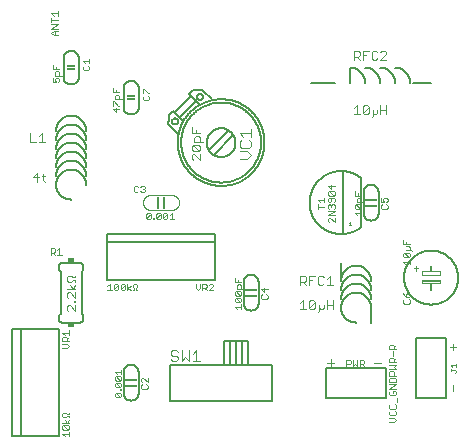
<source format=gto>
G75*
%MOIN*%
%OFA0B0*%
%FSLAX25Y25*%
%IPPOS*%
%LPD*%
%AMOC8*
5,1,8,0,0,1.08239X$1,22.5*
%
%ADD10C,0.00200*%
%ADD11C,0.00500*%
%ADD12R,0.03000X0.00750*%
%ADD13R,0.04000X0.01000*%
%ADD14C,0.00300*%
%ADD15R,0.01000X0.04000*%
%ADD16C,0.00375*%
%ADD17C,0.00400*%
%ADD18R,0.06000X0.01094*%
%ADD19R,0.00750X0.01250*%
%ADD20R,0.00750X0.01000*%
%ADD21C,0.00600*%
%ADD22R,0.02000X0.01500*%
%ADD23C,0.00100*%
%ADD24C,0.00800*%
D10*
X0028098Y0013834D02*
X0030300Y0013834D01*
X0030300Y0013100D02*
X0030300Y0014568D01*
X0029933Y0015310D02*
X0028465Y0015310D01*
X0028098Y0015677D01*
X0028098Y0016411D01*
X0028465Y0016778D01*
X0029933Y0015310D01*
X0030300Y0015677D01*
X0030300Y0016411D01*
X0029933Y0016778D01*
X0028465Y0016778D01*
X0028098Y0017520D02*
X0030300Y0017520D01*
X0029566Y0017520D02*
X0028832Y0018621D01*
X0028465Y0019361D02*
X0028098Y0019728D01*
X0028098Y0020462D01*
X0028465Y0020829D01*
X0029199Y0020829D01*
X0029566Y0020462D01*
X0030300Y0020462D01*
X0030300Y0020829D01*
X0030300Y0019728D02*
X0029566Y0019728D01*
X0029199Y0019361D01*
X0028465Y0019361D01*
X0030300Y0019361D02*
X0030300Y0019728D01*
X0030300Y0018621D02*
X0029566Y0017520D01*
X0028098Y0013834D02*
X0028832Y0013100D01*
X0045498Y0026495D02*
X0045498Y0027229D01*
X0045865Y0027596D01*
X0047333Y0026128D01*
X0047700Y0026495D01*
X0047700Y0027229D01*
X0047333Y0027596D01*
X0045865Y0027596D01*
X0045498Y0026495D02*
X0045865Y0026128D01*
X0047333Y0026128D01*
X0047333Y0028338D02*
X0047333Y0028705D01*
X0047700Y0028705D01*
X0047700Y0028338D01*
X0047333Y0028338D01*
X0047333Y0029443D02*
X0045865Y0029443D01*
X0045498Y0029810D01*
X0045498Y0030544D01*
X0045865Y0030910D01*
X0047333Y0029443D01*
X0047700Y0029810D01*
X0047700Y0030544D01*
X0047333Y0030910D01*
X0045865Y0030910D01*
X0045865Y0031652D02*
X0045498Y0032019D01*
X0045498Y0032753D01*
X0045865Y0033120D01*
X0047333Y0031652D01*
X0047700Y0032019D01*
X0047700Y0032753D01*
X0047333Y0033120D01*
X0045865Y0033120D01*
X0046232Y0033862D02*
X0045498Y0034596D01*
X0047700Y0034596D01*
X0047700Y0033862D02*
X0047700Y0035330D01*
X0047333Y0031652D02*
X0045865Y0031652D01*
X0054298Y0031467D02*
X0054665Y0031100D01*
X0054298Y0031467D02*
X0054298Y0032201D01*
X0054665Y0032568D01*
X0055032Y0032568D01*
X0056500Y0031100D01*
X0056500Y0032568D01*
X0056133Y0030358D02*
X0056500Y0029991D01*
X0056500Y0029257D01*
X0056133Y0028890D01*
X0054665Y0028890D01*
X0054298Y0029257D01*
X0054298Y0029991D01*
X0054665Y0030358D01*
X0030300Y0043204D02*
X0029566Y0043938D01*
X0028098Y0043938D01*
X0028098Y0044680D02*
X0028098Y0045781D01*
X0028465Y0046148D01*
X0029199Y0046148D01*
X0029566Y0045781D01*
X0029566Y0044680D01*
X0030300Y0044680D02*
X0028098Y0044680D01*
X0029566Y0045414D02*
X0030300Y0046148D01*
X0030300Y0046890D02*
X0030300Y0048358D01*
X0030300Y0047624D02*
X0028098Y0047624D01*
X0028832Y0046890D01*
X0030300Y0043204D02*
X0029566Y0042470D01*
X0028098Y0042470D01*
X0043100Y0061700D02*
X0044568Y0061700D01*
X0043834Y0061700D02*
X0043834Y0063902D01*
X0043100Y0063168D01*
X0045310Y0063535D02*
X0045677Y0063902D01*
X0046411Y0063902D01*
X0046778Y0063535D01*
X0045310Y0062067D01*
X0045677Y0061700D01*
X0046411Y0061700D01*
X0046778Y0062067D01*
X0046778Y0063535D01*
X0047520Y0063535D02*
X0047887Y0063902D01*
X0048621Y0063902D01*
X0048988Y0063535D01*
X0047520Y0062067D01*
X0047887Y0061700D01*
X0048621Y0061700D01*
X0048988Y0062067D01*
X0048988Y0063535D01*
X0049730Y0063902D02*
X0049730Y0061700D01*
X0049730Y0062434D02*
X0050831Y0063168D01*
X0051571Y0062801D02*
X0051571Y0063535D01*
X0051938Y0063902D01*
X0052672Y0063902D01*
X0053039Y0063535D01*
X0053039Y0062801D01*
X0052672Y0062434D01*
X0052672Y0061700D01*
X0053039Y0061700D01*
X0051938Y0061700D02*
X0051938Y0062434D01*
X0051571Y0062801D01*
X0051571Y0061700D02*
X0051938Y0061700D01*
X0050831Y0061700D02*
X0049730Y0062434D01*
X0047520Y0062067D02*
X0047520Y0063535D01*
X0045310Y0063535D02*
X0045310Y0062067D01*
X0027858Y0073600D02*
X0026390Y0073600D01*
X0027124Y0073600D02*
X0027124Y0075802D01*
X0026390Y0075068D01*
X0025648Y0075435D02*
X0025648Y0074701D01*
X0025281Y0074334D01*
X0024180Y0074334D01*
X0024180Y0073600D02*
X0024180Y0075802D01*
X0025281Y0075802D01*
X0025648Y0075435D01*
X0024914Y0074334D02*
X0025648Y0073600D01*
X0051890Y0094717D02*
X0052257Y0094350D01*
X0052991Y0094350D01*
X0053358Y0094717D01*
X0054100Y0094717D02*
X0054467Y0094350D01*
X0055201Y0094350D01*
X0055568Y0094717D01*
X0055568Y0095084D01*
X0055201Y0095451D01*
X0054834Y0095451D01*
X0055201Y0095451D02*
X0055568Y0095818D01*
X0055568Y0096185D01*
X0055201Y0096552D01*
X0054467Y0096552D01*
X0054100Y0096185D01*
X0053358Y0096185D02*
X0052991Y0096552D01*
X0052257Y0096552D01*
X0051890Y0096185D01*
X0051890Y0094717D01*
X0056495Y0087652D02*
X0057229Y0087652D01*
X0057596Y0087285D01*
X0056128Y0085817D01*
X0056495Y0085450D01*
X0057229Y0085450D01*
X0057596Y0085817D01*
X0057596Y0087285D01*
X0056495Y0087652D02*
X0056128Y0087285D01*
X0056128Y0085817D01*
X0058338Y0085817D02*
X0058705Y0085817D01*
X0058705Y0085450D01*
X0058338Y0085450D01*
X0058338Y0085817D01*
X0059443Y0085817D02*
X0059443Y0087285D01*
X0059810Y0087652D01*
X0060544Y0087652D01*
X0060910Y0087285D01*
X0059443Y0085817D01*
X0059810Y0085450D01*
X0060544Y0085450D01*
X0060910Y0085817D01*
X0060910Y0087285D01*
X0061652Y0087285D02*
X0062019Y0087652D01*
X0062753Y0087652D01*
X0063120Y0087285D01*
X0061652Y0085817D01*
X0062019Y0085450D01*
X0062753Y0085450D01*
X0063120Y0085817D01*
X0063120Y0087285D01*
X0063862Y0086918D02*
X0064596Y0087652D01*
X0064596Y0085450D01*
X0063862Y0085450D02*
X0065330Y0085450D01*
X0061652Y0085817D02*
X0061652Y0087285D01*
X0072470Y0063902D02*
X0072470Y0062434D01*
X0073204Y0061700D01*
X0073938Y0062434D01*
X0073938Y0063902D01*
X0074680Y0063902D02*
X0074680Y0061700D01*
X0074680Y0062434D02*
X0075781Y0062434D01*
X0076148Y0062801D01*
X0076148Y0063535D01*
X0075781Y0063902D01*
X0074680Y0063902D01*
X0075414Y0062434D02*
X0076148Y0061700D01*
X0076890Y0061700D02*
X0078358Y0063168D01*
X0078358Y0063535D01*
X0077991Y0063902D01*
X0077257Y0063902D01*
X0076890Y0063535D01*
X0076890Y0061700D02*
X0078358Y0061700D01*
X0085498Y0061096D02*
X0085865Y0061463D01*
X0087333Y0059995D01*
X0087700Y0060362D01*
X0087700Y0061096D01*
X0087333Y0061463D01*
X0085865Y0061463D01*
X0085498Y0061096D02*
X0085498Y0060362D01*
X0085865Y0059995D01*
X0087333Y0059995D01*
X0087333Y0059253D02*
X0085865Y0059253D01*
X0087333Y0057785D01*
X0087700Y0058152D01*
X0087700Y0058886D01*
X0087333Y0059253D01*
X0087333Y0057785D02*
X0085865Y0057785D01*
X0085498Y0058152D01*
X0085498Y0058886D01*
X0085865Y0059253D01*
X0087700Y0057043D02*
X0087700Y0055575D01*
X0087700Y0056309D02*
X0085498Y0056309D01*
X0086232Y0055575D01*
X0086232Y0062205D02*
X0086232Y0063306D01*
X0086599Y0063673D01*
X0087333Y0063673D01*
X0087700Y0063306D01*
X0087700Y0062205D01*
X0088434Y0062205D02*
X0086232Y0062205D01*
X0086599Y0064415D02*
X0086599Y0065149D01*
X0085498Y0064415D02*
X0085498Y0065883D01*
X0085498Y0064415D02*
X0087700Y0064415D01*
X0094298Y0062201D02*
X0095399Y0061100D01*
X0095399Y0062568D01*
X0096500Y0062201D02*
X0094298Y0062201D01*
X0094665Y0060358D02*
X0094298Y0059991D01*
X0094298Y0059257D01*
X0094665Y0058890D01*
X0096133Y0058890D01*
X0096500Y0059257D01*
X0096500Y0059991D01*
X0096133Y0060358D01*
X0117015Y0084470D02*
X0116648Y0084837D01*
X0116648Y0085571D01*
X0117015Y0085938D01*
X0117382Y0085938D01*
X0118850Y0084470D01*
X0118850Y0085938D01*
X0118850Y0086680D02*
X0116648Y0086680D01*
X0118850Y0088148D01*
X0116648Y0088148D01*
X0117015Y0088890D02*
X0116648Y0089257D01*
X0116648Y0089991D01*
X0117015Y0090358D01*
X0117382Y0090358D01*
X0117749Y0089991D01*
X0118116Y0090358D01*
X0118483Y0090358D01*
X0118850Y0089991D01*
X0118850Y0089257D01*
X0118483Y0088890D01*
X0117749Y0089624D02*
X0117749Y0089991D01*
X0117382Y0091100D02*
X0117749Y0091467D01*
X0117749Y0092568D01*
X0117015Y0092568D02*
X0116648Y0092201D01*
X0116648Y0091467D01*
X0117015Y0091100D01*
X0117382Y0091100D01*
X0118483Y0091100D02*
X0118850Y0091467D01*
X0118850Y0092201D01*
X0118483Y0092568D01*
X0117015Y0092568D01*
X0117015Y0093310D02*
X0116648Y0093677D01*
X0116648Y0094411D01*
X0117015Y0094778D01*
X0118483Y0093310D01*
X0118850Y0093677D01*
X0118850Y0094411D01*
X0118483Y0094778D01*
X0117015Y0094778D01*
X0117749Y0095520D02*
X0117749Y0096988D01*
X0116648Y0096621D02*
X0117749Y0095520D01*
X0118850Y0096621D02*
X0116648Y0096621D01*
X0117015Y0093310D02*
X0118483Y0093310D01*
X0115350Y0092568D02*
X0115350Y0091100D01*
X0115350Y0091834D02*
X0113148Y0091834D01*
X0113882Y0091100D01*
X0113148Y0090358D02*
X0113148Y0088890D01*
X0113148Y0089624D02*
X0115350Y0089624D01*
X0125498Y0089991D02*
X0125865Y0090358D01*
X0127333Y0088890D01*
X0127700Y0089257D01*
X0127700Y0089991D01*
X0127333Y0090358D01*
X0125865Y0090358D01*
X0125498Y0089991D02*
X0125498Y0089257D01*
X0125865Y0088890D01*
X0127333Y0088890D01*
X0127700Y0088148D02*
X0127700Y0086680D01*
X0127700Y0087414D02*
X0125498Y0087414D01*
X0126232Y0086680D01*
X0126232Y0091100D02*
X0126232Y0092201D01*
X0126599Y0092568D01*
X0127333Y0092568D01*
X0127700Y0092201D01*
X0127700Y0091100D01*
X0128434Y0091100D02*
X0126232Y0091100D01*
X0126599Y0093310D02*
X0126599Y0094044D01*
X0125498Y0093310D02*
X0125498Y0094778D01*
X0125498Y0093310D02*
X0127700Y0093310D01*
X0134298Y0092568D02*
X0134298Y0091100D01*
X0135399Y0091100D01*
X0135032Y0091834D01*
X0135032Y0092201D01*
X0135399Y0092568D01*
X0136133Y0092568D01*
X0136500Y0092201D01*
X0136500Y0091467D01*
X0136133Y0091100D01*
X0136133Y0090358D02*
X0136500Y0089991D01*
X0136500Y0089257D01*
X0136133Y0088890D01*
X0134665Y0088890D01*
X0134298Y0089257D01*
X0134298Y0089991D01*
X0134665Y0090358D01*
X0141698Y0078573D02*
X0141698Y0077105D01*
X0143900Y0077105D01*
X0143533Y0076363D02*
X0142799Y0076363D01*
X0143533Y0076363D02*
X0143900Y0075996D01*
X0143900Y0075629D01*
X0143533Y0075262D01*
X0144267Y0075262D01*
X0144634Y0074895D01*
X0143533Y0075262D02*
X0142799Y0075262D01*
X0142065Y0074153D02*
X0143533Y0072685D01*
X0143900Y0073052D01*
X0143900Y0073786D01*
X0143533Y0074153D01*
X0142065Y0074153D01*
X0141698Y0073786D01*
X0141698Y0073052D01*
X0142065Y0072685D01*
X0143533Y0072685D01*
X0143900Y0071943D02*
X0143900Y0070475D01*
X0143900Y0071209D02*
X0141698Y0071209D01*
X0142432Y0070475D01*
X0142799Y0077105D02*
X0142799Y0077839D01*
X0143166Y0060983D02*
X0142799Y0060616D01*
X0142799Y0059515D01*
X0143533Y0059515D01*
X0143900Y0059882D01*
X0143900Y0060616D01*
X0143533Y0060983D01*
X0143166Y0060983D01*
X0142065Y0060249D02*
X0142799Y0059515D01*
X0142065Y0060249D02*
X0141698Y0060983D01*
X0142065Y0058773D02*
X0141698Y0058406D01*
X0141698Y0057672D01*
X0142065Y0057305D01*
X0143533Y0057305D01*
X0143900Y0057672D01*
X0143900Y0058406D01*
X0143533Y0058773D01*
X0139300Y0043617D02*
X0138566Y0042883D01*
X0138566Y0043250D02*
X0138566Y0042149D01*
X0139300Y0042149D02*
X0137098Y0042149D01*
X0137098Y0043250D01*
X0137465Y0043617D01*
X0138199Y0043617D01*
X0138566Y0043250D01*
X0138199Y0041407D02*
X0138199Y0039939D01*
X0138199Y0039198D02*
X0138566Y0038831D01*
X0138566Y0037730D01*
X0138566Y0038464D02*
X0139300Y0039198D01*
X0138199Y0039198D02*
X0137465Y0039198D01*
X0137098Y0038831D01*
X0137098Y0037730D01*
X0139300Y0037730D01*
X0139300Y0036988D02*
X0137098Y0036988D01*
X0137098Y0035520D02*
X0139300Y0035520D01*
X0138566Y0036254D01*
X0139300Y0036988D01*
X0138199Y0034778D02*
X0137465Y0034778D01*
X0137098Y0034411D01*
X0137098Y0033310D01*
X0139300Y0033310D01*
X0138566Y0033310D02*
X0138566Y0034411D01*
X0138199Y0034778D01*
X0137465Y0032568D02*
X0137098Y0032201D01*
X0137098Y0031100D01*
X0139300Y0031100D01*
X0139300Y0032201D01*
X0138933Y0032568D01*
X0137465Y0032568D01*
X0137098Y0030358D02*
X0139300Y0030358D01*
X0137098Y0028890D01*
X0139300Y0028890D01*
X0138933Y0028148D02*
X0138199Y0028148D01*
X0138199Y0027414D01*
X0137465Y0026680D02*
X0138933Y0026680D01*
X0139300Y0027047D01*
X0139300Y0027781D01*
X0138933Y0028148D01*
X0137465Y0028148D02*
X0137098Y0027781D01*
X0137098Y0027047D01*
X0137465Y0026680D01*
X0139667Y0025938D02*
X0139667Y0024470D01*
X0138933Y0023728D02*
X0139300Y0023361D01*
X0139300Y0022627D01*
X0138933Y0022260D01*
X0137465Y0022260D01*
X0137098Y0022627D01*
X0137098Y0023361D01*
X0137465Y0023728D01*
X0137465Y0021518D02*
X0137098Y0021151D01*
X0137098Y0020418D01*
X0137465Y0020051D01*
X0138933Y0020051D01*
X0139300Y0020418D01*
X0139300Y0021151D01*
X0138933Y0021518D01*
X0138566Y0019309D02*
X0137098Y0019309D01*
X0138566Y0019309D02*
X0139300Y0018575D01*
X0138566Y0017841D01*
X0137098Y0017841D01*
X0128673Y0036400D02*
X0127939Y0037134D01*
X0128306Y0037134D02*
X0127205Y0037134D01*
X0127205Y0036400D02*
X0127205Y0038602D01*
X0128306Y0038602D01*
X0128673Y0038235D01*
X0128673Y0037501D01*
X0128306Y0037134D01*
X0126463Y0036400D02*
X0126463Y0038602D01*
X0124995Y0038602D02*
X0124995Y0036400D01*
X0125729Y0037134D01*
X0126463Y0036400D01*
X0124253Y0037501D02*
X0123886Y0037134D01*
X0122785Y0037134D01*
X0122785Y0036400D02*
X0122785Y0038602D01*
X0123886Y0038602D01*
X0124253Y0038235D01*
X0124253Y0037501D01*
X0157473Y0036701D02*
X0159275Y0036701D01*
X0159275Y0037301D02*
X0159275Y0036100D01*
X0158975Y0035159D02*
X0157473Y0035159D01*
X0157473Y0034859D02*
X0157473Y0035459D01*
X0158074Y0036100D02*
X0157473Y0036701D01*
X0158975Y0035159D02*
X0159275Y0034859D01*
X0159275Y0034559D01*
X0158975Y0034258D01*
X0057100Y0125547D02*
X0057100Y0126281D01*
X0056733Y0126648D01*
X0056733Y0127390D02*
X0057100Y0127390D01*
X0056733Y0127390D02*
X0055265Y0128858D01*
X0054898Y0128858D01*
X0054898Y0127390D01*
X0055265Y0126648D02*
X0054898Y0126281D01*
X0054898Y0125547D01*
X0055265Y0125180D01*
X0056733Y0125180D01*
X0057100Y0125547D01*
X0047834Y0125520D02*
X0045632Y0125520D01*
X0045632Y0126621D01*
X0045999Y0126988D01*
X0046733Y0126988D01*
X0047100Y0126621D01*
X0047100Y0125520D01*
X0045265Y0124778D02*
X0046733Y0123310D01*
X0047100Y0123310D01*
X0047100Y0122201D02*
X0044898Y0122201D01*
X0045999Y0121100D01*
X0045999Y0122568D01*
X0044898Y0123310D02*
X0044898Y0124778D01*
X0045265Y0124778D01*
X0044898Y0127730D02*
X0044898Y0129198D01*
X0045999Y0128464D02*
X0045999Y0127730D01*
X0047100Y0127730D02*
X0044898Y0127730D01*
X0037100Y0135547D02*
X0037100Y0136281D01*
X0036733Y0136648D01*
X0037100Y0137390D02*
X0037100Y0138858D01*
X0037100Y0138124D02*
X0034898Y0138124D01*
X0035632Y0137390D01*
X0035265Y0136648D02*
X0034898Y0136281D01*
X0034898Y0135547D01*
X0035265Y0135180D01*
X0036733Y0135180D01*
X0037100Y0135547D01*
X0027834Y0133310D02*
X0025632Y0133310D01*
X0025632Y0134411D01*
X0025999Y0134778D01*
X0026733Y0134778D01*
X0027100Y0134411D01*
X0027100Y0133310D01*
X0026733Y0132568D02*
X0027100Y0132201D01*
X0027100Y0131467D01*
X0026733Y0131100D01*
X0025999Y0131100D02*
X0025632Y0131834D01*
X0025632Y0132201D01*
X0025999Y0132568D01*
X0026733Y0132568D01*
X0025999Y0131100D02*
X0024898Y0131100D01*
X0024898Y0132568D01*
X0024898Y0135520D02*
X0024898Y0136988D01*
X0025999Y0136254D02*
X0025999Y0135520D01*
X0027100Y0135520D02*
X0024898Y0135520D01*
X0025182Y0146680D02*
X0024448Y0147414D01*
X0025182Y0148148D01*
X0026650Y0148148D01*
X0026650Y0148890D02*
X0024448Y0148890D01*
X0026650Y0150358D01*
X0024448Y0150358D01*
X0024448Y0151100D02*
X0024448Y0152568D01*
X0024448Y0151834D02*
X0026650Y0151834D01*
X0026650Y0153310D02*
X0026650Y0154778D01*
X0026650Y0154044D02*
X0024448Y0154044D01*
X0025182Y0153310D01*
X0025549Y0148148D02*
X0025549Y0146680D01*
X0025182Y0146680D02*
X0026650Y0146680D01*
D11*
X0028500Y0139500D02*
X0028500Y0132500D01*
X0028512Y0132407D01*
X0028528Y0132315D01*
X0028548Y0132224D01*
X0028572Y0132133D01*
X0028599Y0132044D01*
X0028630Y0131955D01*
X0028665Y0131868D01*
X0028703Y0131783D01*
X0028745Y0131699D01*
X0028790Y0131617D01*
X0028838Y0131537D01*
X0028890Y0131459D01*
X0028945Y0131383D01*
X0029003Y0131310D01*
X0029064Y0131239D01*
X0029128Y0131171D01*
X0029195Y0131105D01*
X0029264Y0131042D01*
X0029336Y0130982D01*
X0029410Y0130925D01*
X0029487Y0130871D01*
X0029565Y0130821D01*
X0029646Y0130773D01*
X0029729Y0130730D01*
X0029813Y0130689D01*
X0029899Y0130652D01*
X0029986Y0130619D01*
X0030075Y0130589D01*
X0030165Y0130563D01*
X0030256Y0130541D01*
X0030348Y0130522D01*
X0030440Y0130507D01*
X0030533Y0130496D01*
X0030626Y0130489D01*
X0030720Y0130486D01*
X0030813Y0130487D01*
X0030907Y0130491D01*
X0031000Y0130500D01*
X0031093Y0130491D01*
X0031187Y0130487D01*
X0031280Y0130486D01*
X0031374Y0130489D01*
X0031467Y0130496D01*
X0031560Y0130507D01*
X0031652Y0130522D01*
X0031744Y0130541D01*
X0031835Y0130563D01*
X0031925Y0130589D01*
X0032014Y0130619D01*
X0032101Y0130652D01*
X0032187Y0130689D01*
X0032271Y0130730D01*
X0032354Y0130773D01*
X0032435Y0130821D01*
X0032513Y0130871D01*
X0032590Y0130925D01*
X0032664Y0130982D01*
X0032736Y0131042D01*
X0032805Y0131105D01*
X0032872Y0131171D01*
X0032936Y0131239D01*
X0032997Y0131310D01*
X0033055Y0131383D01*
X0033110Y0131459D01*
X0033162Y0131537D01*
X0033210Y0131617D01*
X0033255Y0131699D01*
X0033297Y0131783D01*
X0033335Y0131868D01*
X0033370Y0131955D01*
X0033401Y0132044D01*
X0033428Y0132133D01*
X0033452Y0132224D01*
X0033472Y0132315D01*
X0033488Y0132407D01*
X0033500Y0132500D01*
X0033500Y0139500D01*
X0033488Y0139593D01*
X0033472Y0139685D01*
X0033452Y0139776D01*
X0033428Y0139867D01*
X0033401Y0139956D01*
X0033370Y0140045D01*
X0033335Y0140132D01*
X0033297Y0140217D01*
X0033255Y0140301D01*
X0033210Y0140383D01*
X0033162Y0140463D01*
X0033110Y0140541D01*
X0033055Y0140617D01*
X0032997Y0140690D01*
X0032936Y0140761D01*
X0032872Y0140829D01*
X0032805Y0140895D01*
X0032736Y0140958D01*
X0032664Y0141018D01*
X0032590Y0141075D01*
X0032513Y0141129D01*
X0032435Y0141179D01*
X0032354Y0141227D01*
X0032271Y0141270D01*
X0032187Y0141311D01*
X0032101Y0141348D01*
X0032014Y0141381D01*
X0031925Y0141411D01*
X0031835Y0141437D01*
X0031744Y0141459D01*
X0031652Y0141478D01*
X0031560Y0141493D01*
X0031467Y0141504D01*
X0031374Y0141511D01*
X0031280Y0141514D01*
X0031187Y0141513D01*
X0031093Y0141509D01*
X0031000Y0141500D01*
X0030907Y0141509D01*
X0030813Y0141513D01*
X0030720Y0141514D01*
X0030626Y0141511D01*
X0030533Y0141504D01*
X0030440Y0141493D01*
X0030348Y0141478D01*
X0030256Y0141459D01*
X0030165Y0141437D01*
X0030075Y0141411D01*
X0029986Y0141381D01*
X0029899Y0141348D01*
X0029813Y0141311D01*
X0029729Y0141270D01*
X0029646Y0141227D01*
X0029565Y0141179D01*
X0029487Y0141129D01*
X0029410Y0141075D01*
X0029336Y0141018D01*
X0029264Y0140958D01*
X0029195Y0140895D01*
X0029128Y0140829D01*
X0029064Y0140761D01*
X0029003Y0140690D01*
X0028945Y0140617D01*
X0028890Y0140541D01*
X0028838Y0140463D01*
X0028790Y0140383D01*
X0028745Y0140301D01*
X0028703Y0140217D01*
X0028665Y0140132D01*
X0028630Y0140045D01*
X0028599Y0139956D01*
X0028572Y0139867D01*
X0028548Y0139776D01*
X0028528Y0139685D01*
X0028512Y0139593D01*
X0028500Y0139500D01*
X0048500Y0129500D02*
X0048500Y0122500D01*
X0048512Y0122407D01*
X0048528Y0122315D01*
X0048548Y0122224D01*
X0048572Y0122133D01*
X0048599Y0122044D01*
X0048630Y0121955D01*
X0048665Y0121868D01*
X0048703Y0121783D01*
X0048745Y0121699D01*
X0048790Y0121617D01*
X0048838Y0121537D01*
X0048890Y0121459D01*
X0048945Y0121383D01*
X0049003Y0121310D01*
X0049064Y0121239D01*
X0049128Y0121171D01*
X0049195Y0121105D01*
X0049264Y0121042D01*
X0049336Y0120982D01*
X0049410Y0120925D01*
X0049487Y0120871D01*
X0049565Y0120821D01*
X0049646Y0120773D01*
X0049729Y0120730D01*
X0049813Y0120689D01*
X0049899Y0120652D01*
X0049986Y0120619D01*
X0050075Y0120589D01*
X0050165Y0120563D01*
X0050256Y0120541D01*
X0050348Y0120522D01*
X0050440Y0120507D01*
X0050533Y0120496D01*
X0050626Y0120489D01*
X0050720Y0120486D01*
X0050813Y0120487D01*
X0050907Y0120491D01*
X0051000Y0120500D01*
X0051093Y0120491D01*
X0051187Y0120487D01*
X0051280Y0120486D01*
X0051374Y0120489D01*
X0051467Y0120496D01*
X0051560Y0120507D01*
X0051652Y0120522D01*
X0051744Y0120541D01*
X0051835Y0120563D01*
X0051925Y0120589D01*
X0052014Y0120619D01*
X0052101Y0120652D01*
X0052187Y0120689D01*
X0052271Y0120730D01*
X0052354Y0120773D01*
X0052435Y0120821D01*
X0052513Y0120871D01*
X0052590Y0120925D01*
X0052664Y0120982D01*
X0052736Y0121042D01*
X0052805Y0121105D01*
X0052872Y0121171D01*
X0052936Y0121239D01*
X0052997Y0121310D01*
X0053055Y0121383D01*
X0053110Y0121459D01*
X0053162Y0121537D01*
X0053210Y0121617D01*
X0053255Y0121699D01*
X0053297Y0121783D01*
X0053335Y0121868D01*
X0053370Y0121955D01*
X0053401Y0122044D01*
X0053428Y0122133D01*
X0053452Y0122224D01*
X0053472Y0122315D01*
X0053488Y0122407D01*
X0053500Y0122500D01*
X0053500Y0129500D01*
X0053488Y0129593D01*
X0053472Y0129685D01*
X0053452Y0129776D01*
X0053428Y0129867D01*
X0053401Y0129956D01*
X0053370Y0130045D01*
X0053335Y0130132D01*
X0053297Y0130217D01*
X0053255Y0130301D01*
X0053210Y0130383D01*
X0053162Y0130463D01*
X0053110Y0130541D01*
X0053055Y0130617D01*
X0052997Y0130690D01*
X0052936Y0130761D01*
X0052872Y0130829D01*
X0052805Y0130895D01*
X0052736Y0130958D01*
X0052664Y0131018D01*
X0052590Y0131075D01*
X0052513Y0131129D01*
X0052435Y0131179D01*
X0052354Y0131227D01*
X0052271Y0131270D01*
X0052187Y0131311D01*
X0052101Y0131348D01*
X0052014Y0131381D01*
X0051925Y0131411D01*
X0051835Y0131437D01*
X0051744Y0131459D01*
X0051652Y0131478D01*
X0051560Y0131493D01*
X0051467Y0131504D01*
X0051374Y0131511D01*
X0051280Y0131514D01*
X0051187Y0131513D01*
X0051093Y0131509D01*
X0051000Y0131500D01*
X0050907Y0131509D01*
X0050813Y0131513D01*
X0050720Y0131514D01*
X0050626Y0131511D01*
X0050533Y0131504D01*
X0050440Y0131493D01*
X0050348Y0131478D01*
X0050256Y0131459D01*
X0050165Y0131437D01*
X0050075Y0131411D01*
X0049986Y0131381D01*
X0049899Y0131348D01*
X0049813Y0131311D01*
X0049729Y0131270D01*
X0049646Y0131227D01*
X0049565Y0131179D01*
X0049487Y0131129D01*
X0049410Y0131075D01*
X0049336Y0131018D01*
X0049264Y0130958D01*
X0049195Y0130895D01*
X0049128Y0130829D01*
X0049064Y0130761D01*
X0049003Y0130690D01*
X0048945Y0130617D01*
X0048890Y0130541D01*
X0048838Y0130463D01*
X0048790Y0130383D01*
X0048745Y0130301D01*
X0048703Y0130217D01*
X0048665Y0130132D01*
X0048630Y0130045D01*
X0048599Y0129956D01*
X0048572Y0129867D01*
X0048548Y0129776D01*
X0048528Y0129685D01*
X0048512Y0129593D01*
X0048500Y0129500D01*
X0063630Y0120279D02*
X0063518Y0118803D01*
X0063405Y0117326D01*
X0066773Y0113958D01*
X0064640Y0118082D02*
X0064642Y0118145D01*
X0064648Y0118207D01*
X0064658Y0118269D01*
X0064671Y0118331D01*
X0064689Y0118391D01*
X0064710Y0118450D01*
X0064735Y0118508D01*
X0064764Y0118564D01*
X0064796Y0118618D01*
X0064831Y0118670D01*
X0064869Y0118719D01*
X0064911Y0118767D01*
X0064955Y0118811D01*
X0065003Y0118853D01*
X0065052Y0118891D01*
X0065104Y0118926D01*
X0065158Y0118958D01*
X0065214Y0118987D01*
X0065272Y0119012D01*
X0065331Y0119033D01*
X0065391Y0119051D01*
X0065453Y0119064D01*
X0065515Y0119074D01*
X0065577Y0119080D01*
X0065640Y0119082D01*
X0065703Y0119080D01*
X0065765Y0119074D01*
X0065827Y0119064D01*
X0065889Y0119051D01*
X0065949Y0119033D01*
X0066008Y0119012D01*
X0066066Y0118987D01*
X0066122Y0118958D01*
X0066176Y0118926D01*
X0066228Y0118891D01*
X0066277Y0118853D01*
X0066325Y0118811D01*
X0066369Y0118767D01*
X0066411Y0118719D01*
X0066449Y0118670D01*
X0066484Y0118618D01*
X0066516Y0118564D01*
X0066545Y0118508D01*
X0066570Y0118450D01*
X0066591Y0118391D01*
X0066609Y0118331D01*
X0066622Y0118269D01*
X0066632Y0118207D01*
X0066638Y0118145D01*
X0066640Y0118082D01*
X0066638Y0118019D01*
X0066632Y0117957D01*
X0066622Y0117895D01*
X0066609Y0117833D01*
X0066591Y0117773D01*
X0066570Y0117714D01*
X0066545Y0117656D01*
X0066516Y0117600D01*
X0066484Y0117546D01*
X0066449Y0117494D01*
X0066411Y0117445D01*
X0066369Y0117397D01*
X0066325Y0117353D01*
X0066277Y0117311D01*
X0066228Y0117273D01*
X0066176Y0117238D01*
X0066122Y0117206D01*
X0066066Y0117177D01*
X0066008Y0117152D01*
X0065949Y0117131D01*
X0065889Y0117113D01*
X0065827Y0117100D01*
X0065765Y0117090D01*
X0065703Y0117084D01*
X0065640Y0117082D01*
X0065577Y0117084D01*
X0065515Y0117090D01*
X0065453Y0117100D01*
X0065391Y0117113D01*
X0065331Y0117131D01*
X0065272Y0117152D01*
X0065214Y0117177D01*
X0065158Y0117206D01*
X0065104Y0117238D01*
X0065052Y0117273D01*
X0065003Y0117311D01*
X0064955Y0117353D01*
X0064911Y0117397D01*
X0064869Y0117445D01*
X0064831Y0117494D01*
X0064796Y0117546D01*
X0064764Y0117600D01*
X0064735Y0117656D01*
X0064710Y0117714D01*
X0064689Y0117773D01*
X0064671Y0117833D01*
X0064658Y0117895D01*
X0064648Y0117957D01*
X0064642Y0118019D01*
X0064640Y0118082D01*
X0063630Y0120279D02*
X0064914Y0121563D01*
X0068261Y0118216D01*
X0067150Y0119461D02*
X0072557Y0124868D01*
X0073770Y0123725D02*
X0070423Y0127072D01*
X0071707Y0128355D01*
X0073178Y0128462D01*
X0074648Y0128569D01*
X0077857Y0125360D01*
X0072893Y0126280D02*
X0072895Y0126343D01*
X0072901Y0126405D01*
X0072911Y0126467D01*
X0072924Y0126529D01*
X0072942Y0126589D01*
X0072963Y0126648D01*
X0072988Y0126706D01*
X0073017Y0126762D01*
X0073049Y0126816D01*
X0073084Y0126868D01*
X0073122Y0126917D01*
X0073164Y0126965D01*
X0073208Y0127009D01*
X0073256Y0127051D01*
X0073305Y0127089D01*
X0073357Y0127124D01*
X0073411Y0127156D01*
X0073467Y0127185D01*
X0073525Y0127210D01*
X0073584Y0127231D01*
X0073644Y0127249D01*
X0073706Y0127262D01*
X0073768Y0127272D01*
X0073830Y0127278D01*
X0073893Y0127280D01*
X0073956Y0127278D01*
X0074018Y0127272D01*
X0074080Y0127262D01*
X0074142Y0127249D01*
X0074202Y0127231D01*
X0074261Y0127210D01*
X0074319Y0127185D01*
X0074375Y0127156D01*
X0074429Y0127124D01*
X0074481Y0127089D01*
X0074530Y0127051D01*
X0074578Y0127009D01*
X0074622Y0126965D01*
X0074664Y0126917D01*
X0074702Y0126868D01*
X0074737Y0126816D01*
X0074769Y0126762D01*
X0074798Y0126706D01*
X0074823Y0126648D01*
X0074844Y0126589D01*
X0074862Y0126529D01*
X0074875Y0126467D01*
X0074885Y0126405D01*
X0074891Y0126343D01*
X0074893Y0126280D01*
X0074891Y0126217D01*
X0074885Y0126155D01*
X0074875Y0126093D01*
X0074862Y0126031D01*
X0074844Y0125971D01*
X0074823Y0125912D01*
X0074798Y0125854D01*
X0074769Y0125798D01*
X0074737Y0125744D01*
X0074702Y0125692D01*
X0074664Y0125643D01*
X0074622Y0125595D01*
X0074578Y0125551D01*
X0074530Y0125509D01*
X0074481Y0125471D01*
X0074429Y0125436D01*
X0074375Y0125404D01*
X0074319Y0125375D01*
X0074261Y0125350D01*
X0074202Y0125329D01*
X0074142Y0125311D01*
X0074080Y0125298D01*
X0074018Y0125288D01*
X0073956Y0125282D01*
X0073893Y0125280D01*
X0073830Y0125282D01*
X0073768Y0125288D01*
X0073706Y0125298D01*
X0073644Y0125311D01*
X0073584Y0125329D01*
X0073525Y0125350D01*
X0073467Y0125375D01*
X0073411Y0125404D01*
X0073357Y0125436D01*
X0073305Y0125471D01*
X0073256Y0125509D01*
X0073208Y0125551D01*
X0073164Y0125595D01*
X0073122Y0125643D01*
X0073084Y0125692D01*
X0073049Y0125744D01*
X0073017Y0125798D01*
X0072988Y0125854D01*
X0072963Y0125912D01*
X0072942Y0125971D01*
X0072924Y0126031D01*
X0072911Y0126093D01*
X0072901Y0126155D01*
X0072895Y0126217D01*
X0072893Y0126280D01*
X0071060Y0126489D02*
X0068279Y0123708D01*
X0068278Y0123708D02*
X0065747Y0121177D01*
X0076991Y0108503D02*
X0083499Y0115012D01*
X0085104Y0113407D02*
X0078595Y0106899D01*
X0067665Y0111000D02*
X0067669Y0111327D01*
X0067681Y0111654D01*
X0067701Y0111981D01*
X0067729Y0112307D01*
X0067765Y0112632D01*
X0067809Y0112957D01*
X0067861Y0113280D01*
X0067921Y0113602D01*
X0067989Y0113922D01*
X0068065Y0114240D01*
X0068148Y0114557D01*
X0068239Y0114871D01*
X0068338Y0115183D01*
X0068445Y0115492D01*
X0068559Y0115799D01*
X0068680Y0116103D01*
X0068809Y0116404D01*
X0068945Y0116701D01*
X0069089Y0116996D01*
X0069240Y0117286D01*
X0069397Y0117573D01*
X0069562Y0117856D01*
X0069734Y0118134D01*
X0069912Y0118409D01*
X0070098Y0118678D01*
X0070289Y0118944D01*
X0070487Y0119204D01*
X0070692Y0119460D01*
X0070903Y0119710D01*
X0071119Y0119955D01*
X0071342Y0120195D01*
X0071571Y0120429D01*
X0071805Y0120658D01*
X0072045Y0120881D01*
X0072290Y0121097D01*
X0072540Y0121308D01*
X0072796Y0121513D01*
X0073056Y0121711D01*
X0073322Y0121902D01*
X0073591Y0122088D01*
X0073866Y0122266D01*
X0074144Y0122438D01*
X0074427Y0122603D01*
X0074714Y0122760D01*
X0075004Y0122911D01*
X0075299Y0123055D01*
X0075596Y0123191D01*
X0075897Y0123320D01*
X0076201Y0123441D01*
X0076508Y0123555D01*
X0076817Y0123662D01*
X0077129Y0123761D01*
X0077443Y0123852D01*
X0077760Y0123935D01*
X0078078Y0124011D01*
X0078398Y0124079D01*
X0078720Y0124139D01*
X0079043Y0124191D01*
X0079368Y0124235D01*
X0079693Y0124271D01*
X0080019Y0124299D01*
X0080346Y0124319D01*
X0080673Y0124331D01*
X0081000Y0124335D01*
X0081327Y0124331D01*
X0081654Y0124319D01*
X0081981Y0124299D01*
X0082307Y0124271D01*
X0082632Y0124235D01*
X0082957Y0124191D01*
X0083280Y0124139D01*
X0083602Y0124079D01*
X0083922Y0124011D01*
X0084240Y0123935D01*
X0084557Y0123852D01*
X0084871Y0123761D01*
X0085183Y0123662D01*
X0085492Y0123555D01*
X0085799Y0123441D01*
X0086103Y0123320D01*
X0086404Y0123191D01*
X0086701Y0123055D01*
X0086996Y0122911D01*
X0087286Y0122760D01*
X0087573Y0122603D01*
X0087856Y0122438D01*
X0088134Y0122266D01*
X0088409Y0122088D01*
X0088678Y0121902D01*
X0088944Y0121711D01*
X0089204Y0121513D01*
X0089460Y0121308D01*
X0089710Y0121097D01*
X0089955Y0120881D01*
X0090195Y0120658D01*
X0090429Y0120429D01*
X0090658Y0120195D01*
X0090881Y0119955D01*
X0091097Y0119710D01*
X0091308Y0119460D01*
X0091513Y0119204D01*
X0091711Y0118944D01*
X0091902Y0118678D01*
X0092088Y0118409D01*
X0092266Y0118134D01*
X0092438Y0117856D01*
X0092603Y0117573D01*
X0092760Y0117286D01*
X0092911Y0116996D01*
X0093055Y0116701D01*
X0093191Y0116404D01*
X0093320Y0116103D01*
X0093441Y0115799D01*
X0093555Y0115492D01*
X0093662Y0115183D01*
X0093761Y0114871D01*
X0093852Y0114557D01*
X0093935Y0114240D01*
X0094011Y0113922D01*
X0094079Y0113602D01*
X0094139Y0113280D01*
X0094191Y0112957D01*
X0094235Y0112632D01*
X0094271Y0112307D01*
X0094299Y0111981D01*
X0094319Y0111654D01*
X0094331Y0111327D01*
X0094335Y0111000D01*
X0094331Y0110673D01*
X0094319Y0110346D01*
X0094299Y0110019D01*
X0094271Y0109693D01*
X0094235Y0109368D01*
X0094191Y0109043D01*
X0094139Y0108720D01*
X0094079Y0108398D01*
X0094011Y0108078D01*
X0093935Y0107760D01*
X0093852Y0107443D01*
X0093761Y0107129D01*
X0093662Y0106817D01*
X0093555Y0106508D01*
X0093441Y0106201D01*
X0093320Y0105897D01*
X0093191Y0105596D01*
X0093055Y0105299D01*
X0092911Y0105004D01*
X0092760Y0104714D01*
X0092603Y0104427D01*
X0092438Y0104144D01*
X0092266Y0103866D01*
X0092088Y0103591D01*
X0091902Y0103322D01*
X0091711Y0103056D01*
X0091513Y0102796D01*
X0091308Y0102540D01*
X0091097Y0102290D01*
X0090881Y0102045D01*
X0090658Y0101805D01*
X0090429Y0101571D01*
X0090195Y0101342D01*
X0089955Y0101119D01*
X0089710Y0100903D01*
X0089460Y0100692D01*
X0089204Y0100487D01*
X0088944Y0100289D01*
X0088678Y0100098D01*
X0088409Y0099912D01*
X0088134Y0099734D01*
X0087856Y0099562D01*
X0087573Y0099397D01*
X0087286Y0099240D01*
X0086996Y0099089D01*
X0086701Y0098945D01*
X0086404Y0098809D01*
X0086103Y0098680D01*
X0085799Y0098559D01*
X0085492Y0098445D01*
X0085183Y0098338D01*
X0084871Y0098239D01*
X0084557Y0098148D01*
X0084240Y0098065D01*
X0083922Y0097989D01*
X0083602Y0097921D01*
X0083280Y0097861D01*
X0082957Y0097809D01*
X0082632Y0097765D01*
X0082307Y0097729D01*
X0081981Y0097701D01*
X0081654Y0097681D01*
X0081327Y0097669D01*
X0081000Y0097665D01*
X0080673Y0097669D01*
X0080346Y0097681D01*
X0080019Y0097701D01*
X0079693Y0097729D01*
X0079368Y0097765D01*
X0079043Y0097809D01*
X0078720Y0097861D01*
X0078398Y0097921D01*
X0078078Y0097989D01*
X0077760Y0098065D01*
X0077443Y0098148D01*
X0077129Y0098239D01*
X0076817Y0098338D01*
X0076508Y0098445D01*
X0076201Y0098559D01*
X0075897Y0098680D01*
X0075596Y0098809D01*
X0075299Y0098945D01*
X0075004Y0099089D01*
X0074714Y0099240D01*
X0074427Y0099397D01*
X0074144Y0099562D01*
X0073866Y0099734D01*
X0073591Y0099912D01*
X0073322Y0100098D01*
X0073056Y0100289D01*
X0072796Y0100487D01*
X0072540Y0100692D01*
X0072290Y0100903D01*
X0072045Y0101119D01*
X0071805Y0101342D01*
X0071571Y0101571D01*
X0071342Y0101805D01*
X0071119Y0102045D01*
X0070903Y0102290D01*
X0070692Y0102540D01*
X0070487Y0102796D01*
X0070289Y0103056D01*
X0070098Y0103322D01*
X0069912Y0103591D01*
X0069734Y0103866D01*
X0069562Y0104144D01*
X0069397Y0104427D01*
X0069240Y0104714D01*
X0069089Y0105004D01*
X0068945Y0105299D01*
X0068809Y0105596D01*
X0068680Y0105897D01*
X0068559Y0106201D01*
X0068445Y0106508D01*
X0068338Y0106817D01*
X0068239Y0107129D01*
X0068148Y0107443D01*
X0068065Y0107760D01*
X0067989Y0108078D01*
X0067921Y0108398D01*
X0067861Y0108720D01*
X0067809Y0109043D01*
X0067765Y0109368D01*
X0067729Y0109693D01*
X0067701Y0110019D01*
X0067681Y0110346D01*
X0067669Y0110673D01*
X0067665Y0111000D01*
X0066556Y0111000D02*
X0066560Y0111354D01*
X0066573Y0111709D01*
X0066595Y0112063D01*
X0066626Y0112416D01*
X0066665Y0112768D01*
X0066712Y0113119D01*
X0066769Y0113469D01*
X0066834Y0113818D01*
X0066907Y0114165D01*
X0066989Y0114510D01*
X0067079Y0114852D01*
X0067178Y0115193D01*
X0067285Y0115531D01*
X0067400Y0115866D01*
X0067524Y0116198D01*
X0067655Y0116527D01*
X0067795Y0116853D01*
X0067943Y0117176D01*
X0068098Y0117494D01*
X0068262Y0117809D01*
X0068432Y0118119D01*
X0068611Y0118426D01*
X0068797Y0118728D01*
X0068990Y0119025D01*
X0069191Y0119317D01*
X0069398Y0119604D01*
X0069613Y0119886D01*
X0069835Y0120163D01*
X0070063Y0120434D01*
X0070298Y0120700D01*
X0070539Y0120960D01*
X0070787Y0121213D01*
X0071040Y0121461D01*
X0071300Y0121702D01*
X0071566Y0121937D01*
X0071837Y0122165D01*
X0072114Y0122387D01*
X0072396Y0122602D01*
X0072683Y0122809D01*
X0072975Y0123010D01*
X0073272Y0123203D01*
X0073574Y0123389D01*
X0073881Y0123568D01*
X0074191Y0123738D01*
X0074506Y0123902D01*
X0074824Y0124057D01*
X0075147Y0124205D01*
X0075473Y0124345D01*
X0075802Y0124476D01*
X0076134Y0124600D01*
X0076469Y0124715D01*
X0076807Y0124822D01*
X0077148Y0124921D01*
X0077490Y0125011D01*
X0077835Y0125093D01*
X0078182Y0125166D01*
X0078531Y0125231D01*
X0078881Y0125288D01*
X0079232Y0125335D01*
X0079584Y0125374D01*
X0079937Y0125405D01*
X0080291Y0125427D01*
X0080646Y0125440D01*
X0081000Y0125444D01*
X0081354Y0125440D01*
X0081709Y0125427D01*
X0082063Y0125405D01*
X0082416Y0125374D01*
X0082768Y0125335D01*
X0083119Y0125288D01*
X0083469Y0125231D01*
X0083818Y0125166D01*
X0084165Y0125093D01*
X0084510Y0125011D01*
X0084852Y0124921D01*
X0085193Y0124822D01*
X0085531Y0124715D01*
X0085866Y0124600D01*
X0086198Y0124476D01*
X0086527Y0124345D01*
X0086853Y0124205D01*
X0087176Y0124057D01*
X0087494Y0123902D01*
X0087809Y0123738D01*
X0088119Y0123568D01*
X0088426Y0123389D01*
X0088728Y0123203D01*
X0089025Y0123010D01*
X0089317Y0122809D01*
X0089604Y0122602D01*
X0089886Y0122387D01*
X0090163Y0122165D01*
X0090434Y0121937D01*
X0090700Y0121702D01*
X0090960Y0121461D01*
X0091213Y0121213D01*
X0091461Y0120960D01*
X0091702Y0120700D01*
X0091937Y0120434D01*
X0092165Y0120163D01*
X0092387Y0119886D01*
X0092602Y0119604D01*
X0092809Y0119317D01*
X0093010Y0119025D01*
X0093203Y0118728D01*
X0093389Y0118426D01*
X0093568Y0118119D01*
X0093738Y0117809D01*
X0093902Y0117494D01*
X0094057Y0117176D01*
X0094205Y0116853D01*
X0094345Y0116527D01*
X0094476Y0116198D01*
X0094600Y0115866D01*
X0094715Y0115531D01*
X0094822Y0115193D01*
X0094921Y0114852D01*
X0095011Y0114510D01*
X0095093Y0114165D01*
X0095166Y0113818D01*
X0095231Y0113469D01*
X0095288Y0113119D01*
X0095335Y0112768D01*
X0095374Y0112416D01*
X0095405Y0112063D01*
X0095427Y0111709D01*
X0095440Y0111354D01*
X0095444Y0111000D01*
X0095440Y0110646D01*
X0095427Y0110291D01*
X0095405Y0109937D01*
X0095374Y0109584D01*
X0095335Y0109232D01*
X0095288Y0108881D01*
X0095231Y0108531D01*
X0095166Y0108182D01*
X0095093Y0107835D01*
X0095011Y0107490D01*
X0094921Y0107148D01*
X0094822Y0106807D01*
X0094715Y0106469D01*
X0094600Y0106134D01*
X0094476Y0105802D01*
X0094345Y0105473D01*
X0094205Y0105147D01*
X0094057Y0104824D01*
X0093902Y0104506D01*
X0093738Y0104191D01*
X0093568Y0103881D01*
X0093389Y0103574D01*
X0093203Y0103272D01*
X0093010Y0102975D01*
X0092809Y0102683D01*
X0092602Y0102396D01*
X0092387Y0102114D01*
X0092165Y0101837D01*
X0091937Y0101566D01*
X0091702Y0101300D01*
X0091461Y0101040D01*
X0091213Y0100787D01*
X0090960Y0100539D01*
X0090700Y0100298D01*
X0090434Y0100063D01*
X0090163Y0099835D01*
X0089886Y0099613D01*
X0089604Y0099398D01*
X0089317Y0099191D01*
X0089025Y0098990D01*
X0088728Y0098797D01*
X0088426Y0098611D01*
X0088119Y0098432D01*
X0087809Y0098262D01*
X0087494Y0098098D01*
X0087176Y0097943D01*
X0086853Y0097795D01*
X0086527Y0097655D01*
X0086198Y0097524D01*
X0085866Y0097400D01*
X0085531Y0097285D01*
X0085193Y0097178D01*
X0084852Y0097079D01*
X0084510Y0096989D01*
X0084165Y0096907D01*
X0083818Y0096834D01*
X0083469Y0096769D01*
X0083119Y0096712D01*
X0082768Y0096665D01*
X0082416Y0096626D01*
X0082063Y0096595D01*
X0081709Y0096573D01*
X0081354Y0096560D01*
X0081000Y0096556D01*
X0080646Y0096560D01*
X0080291Y0096573D01*
X0079937Y0096595D01*
X0079584Y0096626D01*
X0079232Y0096665D01*
X0078881Y0096712D01*
X0078531Y0096769D01*
X0078182Y0096834D01*
X0077835Y0096907D01*
X0077490Y0096989D01*
X0077148Y0097079D01*
X0076807Y0097178D01*
X0076469Y0097285D01*
X0076134Y0097400D01*
X0075802Y0097524D01*
X0075473Y0097655D01*
X0075147Y0097795D01*
X0074824Y0097943D01*
X0074506Y0098098D01*
X0074191Y0098262D01*
X0073881Y0098432D01*
X0073574Y0098611D01*
X0073272Y0098797D01*
X0072975Y0098990D01*
X0072683Y0099191D01*
X0072396Y0099398D01*
X0072114Y0099613D01*
X0071837Y0099835D01*
X0071566Y0100063D01*
X0071300Y0100298D01*
X0071040Y0100539D01*
X0070787Y0100787D01*
X0070539Y0101040D01*
X0070298Y0101300D01*
X0070063Y0101566D01*
X0069835Y0101837D01*
X0069613Y0102114D01*
X0069398Y0102396D01*
X0069191Y0102683D01*
X0068990Y0102975D01*
X0068797Y0103272D01*
X0068611Y0103574D01*
X0068432Y0103881D01*
X0068262Y0104191D01*
X0068098Y0104506D01*
X0067943Y0104824D01*
X0067795Y0105147D01*
X0067655Y0105473D01*
X0067524Y0105802D01*
X0067400Y0106134D01*
X0067285Y0106469D01*
X0067178Y0106807D01*
X0067079Y0107148D01*
X0066989Y0107490D01*
X0066907Y0107835D01*
X0066834Y0108182D01*
X0066769Y0108531D01*
X0066712Y0108881D01*
X0066665Y0109232D01*
X0066626Y0109584D01*
X0066595Y0109937D01*
X0066573Y0110291D01*
X0066560Y0110646D01*
X0066556Y0111000D01*
X0076200Y0111000D02*
X0076202Y0111138D01*
X0076208Y0111277D01*
X0076218Y0111415D01*
X0076232Y0111552D01*
X0076250Y0111689D01*
X0076272Y0111826D01*
X0076297Y0111962D01*
X0076327Y0112097D01*
X0076361Y0112231D01*
X0076398Y0112364D01*
X0076439Y0112496D01*
X0076484Y0112627D01*
X0076533Y0112757D01*
X0076585Y0112885D01*
X0076642Y0113011D01*
X0076701Y0113136D01*
X0076765Y0113259D01*
X0076832Y0113380D01*
X0076902Y0113499D01*
X0076976Y0113616D01*
X0077053Y0113731D01*
X0077133Y0113844D01*
X0077217Y0113954D01*
X0077303Y0114062D01*
X0077393Y0114167D01*
X0077486Y0114270D01*
X0077582Y0114370D01*
X0077680Y0114467D01*
X0077781Y0114561D01*
X0077885Y0114652D01*
X0077992Y0114740D01*
X0078101Y0114826D01*
X0078212Y0114908D01*
X0078326Y0114986D01*
X0078442Y0115062D01*
X0078560Y0115134D01*
X0078680Y0115202D01*
X0078802Y0115267D01*
X0078926Y0115329D01*
X0079052Y0115387D01*
X0079179Y0115441D01*
X0079308Y0115492D01*
X0079438Y0115539D01*
X0079569Y0115582D01*
X0079702Y0115621D01*
X0079836Y0115657D01*
X0079970Y0115688D01*
X0080106Y0115716D01*
X0080242Y0115740D01*
X0080379Y0115760D01*
X0080517Y0115776D01*
X0080654Y0115788D01*
X0080793Y0115796D01*
X0080931Y0115800D01*
X0081069Y0115800D01*
X0081207Y0115796D01*
X0081346Y0115788D01*
X0081483Y0115776D01*
X0081621Y0115760D01*
X0081758Y0115740D01*
X0081894Y0115716D01*
X0082030Y0115688D01*
X0082164Y0115657D01*
X0082298Y0115621D01*
X0082431Y0115582D01*
X0082562Y0115539D01*
X0082692Y0115492D01*
X0082821Y0115441D01*
X0082948Y0115387D01*
X0083074Y0115329D01*
X0083198Y0115267D01*
X0083320Y0115202D01*
X0083440Y0115134D01*
X0083558Y0115062D01*
X0083674Y0114986D01*
X0083788Y0114908D01*
X0083899Y0114826D01*
X0084008Y0114740D01*
X0084115Y0114652D01*
X0084219Y0114561D01*
X0084320Y0114467D01*
X0084418Y0114370D01*
X0084514Y0114270D01*
X0084607Y0114167D01*
X0084697Y0114062D01*
X0084783Y0113954D01*
X0084867Y0113844D01*
X0084947Y0113731D01*
X0085024Y0113616D01*
X0085098Y0113499D01*
X0085168Y0113380D01*
X0085235Y0113259D01*
X0085299Y0113136D01*
X0085358Y0113011D01*
X0085415Y0112885D01*
X0085467Y0112757D01*
X0085516Y0112627D01*
X0085561Y0112496D01*
X0085602Y0112364D01*
X0085639Y0112231D01*
X0085673Y0112097D01*
X0085703Y0111962D01*
X0085728Y0111826D01*
X0085750Y0111689D01*
X0085768Y0111552D01*
X0085782Y0111415D01*
X0085792Y0111277D01*
X0085798Y0111138D01*
X0085800Y0111000D01*
X0085798Y0110862D01*
X0085792Y0110723D01*
X0085782Y0110585D01*
X0085768Y0110448D01*
X0085750Y0110311D01*
X0085728Y0110174D01*
X0085703Y0110038D01*
X0085673Y0109903D01*
X0085639Y0109769D01*
X0085602Y0109636D01*
X0085561Y0109504D01*
X0085516Y0109373D01*
X0085467Y0109243D01*
X0085415Y0109115D01*
X0085358Y0108989D01*
X0085299Y0108864D01*
X0085235Y0108741D01*
X0085168Y0108620D01*
X0085098Y0108501D01*
X0085024Y0108384D01*
X0084947Y0108269D01*
X0084867Y0108156D01*
X0084783Y0108046D01*
X0084697Y0107938D01*
X0084607Y0107833D01*
X0084514Y0107730D01*
X0084418Y0107630D01*
X0084320Y0107533D01*
X0084219Y0107439D01*
X0084115Y0107348D01*
X0084008Y0107260D01*
X0083899Y0107174D01*
X0083788Y0107092D01*
X0083674Y0107014D01*
X0083558Y0106938D01*
X0083440Y0106866D01*
X0083320Y0106798D01*
X0083198Y0106733D01*
X0083074Y0106671D01*
X0082948Y0106613D01*
X0082821Y0106559D01*
X0082692Y0106508D01*
X0082562Y0106461D01*
X0082431Y0106418D01*
X0082298Y0106379D01*
X0082164Y0106343D01*
X0082030Y0106312D01*
X0081894Y0106284D01*
X0081758Y0106260D01*
X0081621Y0106240D01*
X0081483Y0106224D01*
X0081346Y0106212D01*
X0081207Y0106204D01*
X0081069Y0106200D01*
X0080931Y0106200D01*
X0080793Y0106204D01*
X0080654Y0106212D01*
X0080517Y0106224D01*
X0080379Y0106240D01*
X0080242Y0106260D01*
X0080106Y0106284D01*
X0079970Y0106312D01*
X0079836Y0106343D01*
X0079702Y0106379D01*
X0079569Y0106418D01*
X0079438Y0106461D01*
X0079308Y0106508D01*
X0079179Y0106559D01*
X0079052Y0106613D01*
X0078926Y0106671D01*
X0078802Y0106733D01*
X0078680Y0106798D01*
X0078560Y0106866D01*
X0078442Y0106938D01*
X0078326Y0107014D01*
X0078212Y0107092D01*
X0078101Y0107174D01*
X0077992Y0107260D01*
X0077885Y0107348D01*
X0077781Y0107439D01*
X0077680Y0107533D01*
X0077582Y0107630D01*
X0077486Y0107730D01*
X0077393Y0107833D01*
X0077303Y0107938D01*
X0077217Y0108046D01*
X0077133Y0108156D01*
X0077053Y0108269D01*
X0076976Y0108384D01*
X0076902Y0108501D01*
X0076832Y0108620D01*
X0076765Y0108741D01*
X0076701Y0108864D01*
X0076642Y0108989D01*
X0076585Y0109115D01*
X0076533Y0109243D01*
X0076484Y0109373D01*
X0076439Y0109504D01*
X0076398Y0109636D01*
X0076361Y0109769D01*
X0076327Y0109903D01*
X0076297Y0110038D01*
X0076272Y0110174D01*
X0076250Y0110311D01*
X0076232Y0110448D01*
X0076218Y0110585D01*
X0076208Y0110723D01*
X0076202Y0110862D01*
X0076200Y0111000D01*
X0111000Y0131000D02*
X0119000Y0131000D01*
X0124000Y0131000D02*
X0124000Y0136000D01*
X0124140Y0135998D01*
X0124280Y0135992D01*
X0124420Y0135982D01*
X0124560Y0135969D01*
X0124699Y0135951D01*
X0124838Y0135929D01*
X0124975Y0135904D01*
X0125113Y0135875D01*
X0125249Y0135842D01*
X0125384Y0135805D01*
X0125518Y0135764D01*
X0125651Y0135719D01*
X0125783Y0135671D01*
X0125913Y0135619D01*
X0126042Y0135564D01*
X0126169Y0135505D01*
X0126295Y0135442D01*
X0126419Y0135376D01*
X0126540Y0135307D01*
X0126660Y0135234D01*
X0126778Y0135157D01*
X0126893Y0135078D01*
X0127007Y0134995D01*
X0127117Y0134909D01*
X0127226Y0134820D01*
X0127332Y0134728D01*
X0127435Y0134633D01*
X0127536Y0134536D01*
X0127633Y0134435D01*
X0127728Y0134332D01*
X0127820Y0134226D01*
X0127909Y0134117D01*
X0127995Y0134007D01*
X0128078Y0133893D01*
X0128157Y0133778D01*
X0128234Y0133660D01*
X0128307Y0133540D01*
X0128376Y0133419D01*
X0128442Y0133295D01*
X0128505Y0133169D01*
X0128564Y0133042D01*
X0128619Y0132913D01*
X0128671Y0132783D01*
X0128719Y0132651D01*
X0128764Y0132518D01*
X0128805Y0132384D01*
X0128842Y0132249D01*
X0128875Y0132113D01*
X0128904Y0131975D01*
X0128929Y0131838D01*
X0128951Y0131699D01*
X0128969Y0131560D01*
X0128982Y0131420D01*
X0128992Y0131280D01*
X0128998Y0131140D01*
X0129000Y0131000D01*
X0134000Y0131000D02*
X0133998Y0131140D01*
X0133992Y0131280D01*
X0133982Y0131420D01*
X0133969Y0131560D01*
X0133951Y0131699D01*
X0133929Y0131838D01*
X0133904Y0131975D01*
X0133875Y0132113D01*
X0133842Y0132249D01*
X0133805Y0132384D01*
X0133764Y0132518D01*
X0133719Y0132651D01*
X0133671Y0132783D01*
X0133619Y0132913D01*
X0133564Y0133042D01*
X0133505Y0133169D01*
X0133442Y0133295D01*
X0133376Y0133419D01*
X0133307Y0133540D01*
X0133234Y0133660D01*
X0133157Y0133778D01*
X0133078Y0133893D01*
X0132995Y0134007D01*
X0132909Y0134117D01*
X0132820Y0134226D01*
X0132728Y0134332D01*
X0132633Y0134435D01*
X0132536Y0134536D01*
X0132435Y0134633D01*
X0132332Y0134728D01*
X0132226Y0134820D01*
X0132117Y0134909D01*
X0132007Y0134995D01*
X0131893Y0135078D01*
X0131778Y0135157D01*
X0131660Y0135234D01*
X0131540Y0135307D01*
X0131419Y0135376D01*
X0131295Y0135442D01*
X0131169Y0135505D01*
X0131042Y0135564D01*
X0130913Y0135619D01*
X0130783Y0135671D01*
X0130651Y0135719D01*
X0130518Y0135764D01*
X0130384Y0135805D01*
X0130249Y0135842D01*
X0130113Y0135875D01*
X0129975Y0135904D01*
X0129838Y0135929D01*
X0129699Y0135951D01*
X0129560Y0135969D01*
X0129420Y0135982D01*
X0129280Y0135992D01*
X0129140Y0135998D01*
X0129000Y0136000D01*
X0134000Y0136000D02*
X0134140Y0135998D01*
X0134280Y0135992D01*
X0134420Y0135982D01*
X0134560Y0135969D01*
X0134699Y0135951D01*
X0134838Y0135929D01*
X0134975Y0135904D01*
X0135113Y0135875D01*
X0135249Y0135842D01*
X0135384Y0135805D01*
X0135518Y0135764D01*
X0135651Y0135719D01*
X0135783Y0135671D01*
X0135913Y0135619D01*
X0136042Y0135564D01*
X0136169Y0135505D01*
X0136295Y0135442D01*
X0136419Y0135376D01*
X0136540Y0135307D01*
X0136660Y0135234D01*
X0136778Y0135157D01*
X0136893Y0135078D01*
X0137007Y0134995D01*
X0137117Y0134909D01*
X0137226Y0134820D01*
X0137332Y0134728D01*
X0137435Y0134633D01*
X0137536Y0134536D01*
X0137633Y0134435D01*
X0137728Y0134332D01*
X0137820Y0134226D01*
X0137909Y0134117D01*
X0137995Y0134007D01*
X0138078Y0133893D01*
X0138157Y0133778D01*
X0138234Y0133660D01*
X0138307Y0133540D01*
X0138376Y0133419D01*
X0138442Y0133295D01*
X0138505Y0133169D01*
X0138564Y0133042D01*
X0138619Y0132913D01*
X0138671Y0132783D01*
X0138719Y0132651D01*
X0138764Y0132518D01*
X0138805Y0132384D01*
X0138842Y0132249D01*
X0138875Y0132113D01*
X0138904Y0131975D01*
X0138929Y0131838D01*
X0138951Y0131699D01*
X0138969Y0131560D01*
X0138982Y0131420D01*
X0138992Y0131280D01*
X0138998Y0131140D01*
X0139000Y0131000D01*
X0144000Y0131000D02*
X0143998Y0131140D01*
X0143992Y0131280D01*
X0143982Y0131420D01*
X0143969Y0131560D01*
X0143951Y0131699D01*
X0143929Y0131838D01*
X0143904Y0131975D01*
X0143875Y0132113D01*
X0143842Y0132249D01*
X0143805Y0132384D01*
X0143764Y0132518D01*
X0143719Y0132651D01*
X0143671Y0132783D01*
X0143619Y0132913D01*
X0143564Y0133042D01*
X0143505Y0133169D01*
X0143442Y0133295D01*
X0143376Y0133419D01*
X0143307Y0133540D01*
X0143234Y0133660D01*
X0143157Y0133778D01*
X0143078Y0133893D01*
X0142995Y0134007D01*
X0142909Y0134117D01*
X0142820Y0134226D01*
X0142728Y0134332D01*
X0142633Y0134435D01*
X0142536Y0134536D01*
X0142435Y0134633D01*
X0142332Y0134728D01*
X0142226Y0134820D01*
X0142117Y0134909D01*
X0142007Y0134995D01*
X0141893Y0135078D01*
X0141778Y0135157D01*
X0141660Y0135234D01*
X0141540Y0135307D01*
X0141419Y0135376D01*
X0141295Y0135442D01*
X0141169Y0135505D01*
X0141042Y0135564D01*
X0140913Y0135619D01*
X0140783Y0135671D01*
X0140651Y0135719D01*
X0140518Y0135764D01*
X0140384Y0135805D01*
X0140249Y0135842D01*
X0140113Y0135875D01*
X0139975Y0135904D01*
X0139838Y0135929D01*
X0139699Y0135951D01*
X0139560Y0135969D01*
X0139420Y0135982D01*
X0139280Y0135992D01*
X0139140Y0135998D01*
X0139000Y0136000D01*
X0145000Y0131000D02*
X0151000Y0131000D01*
X0121500Y0101488D02*
X0121500Y0080512D01*
X0127500Y0082752D02*
X0127500Y0099248D01*
X0128500Y0094500D02*
X0128500Y0087500D01*
X0128502Y0087402D01*
X0128508Y0087304D01*
X0128517Y0087206D01*
X0128531Y0087109D01*
X0128548Y0087012D01*
X0128569Y0086916D01*
X0128594Y0086821D01*
X0128622Y0086727D01*
X0128655Y0086635D01*
X0128690Y0086543D01*
X0128730Y0086453D01*
X0128772Y0086365D01*
X0128819Y0086278D01*
X0128868Y0086194D01*
X0128921Y0086111D01*
X0128977Y0086031D01*
X0129037Y0085952D01*
X0129099Y0085876D01*
X0129164Y0085803D01*
X0129232Y0085732D01*
X0129303Y0085664D01*
X0129376Y0085599D01*
X0129452Y0085537D01*
X0129531Y0085477D01*
X0129611Y0085421D01*
X0129694Y0085368D01*
X0129778Y0085319D01*
X0129865Y0085272D01*
X0129953Y0085230D01*
X0130043Y0085190D01*
X0130135Y0085155D01*
X0130227Y0085122D01*
X0130321Y0085094D01*
X0130416Y0085069D01*
X0130512Y0085048D01*
X0130609Y0085031D01*
X0130706Y0085017D01*
X0130804Y0085008D01*
X0130902Y0085002D01*
X0131000Y0085000D01*
X0131098Y0085002D01*
X0131196Y0085008D01*
X0131294Y0085017D01*
X0131391Y0085031D01*
X0131488Y0085048D01*
X0131584Y0085069D01*
X0131679Y0085094D01*
X0131773Y0085122D01*
X0131865Y0085155D01*
X0131957Y0085190D01*
X0132047Y0085230D01*
X0132135Y0085272D01*
X0132222Y0085319D01*
X0132306Y0085368D01*
X0132389Y0085421D01*
X0132469Y0085477D01*
X0132548Y0085537D01*
X0132624Y0085599D01*
X0132697Y0085664D01*
X0132768Y0085732D01*
X0132836Y0085803D01*
X0132901Y0085876D01*
X0132963Y0085952D01*
X0133023Y0086031D01*
X0133079Y0086111D01*
X0133132Y0086194D01*
X0133181Y0086278D01*
X0133228Y0086365D01*
X0133270Y0086453D01*
X0133310Y0086543D01*
X0133345Y0086635D01*
X0133378Y0086727D01*
X0133406Y0086821D01*
X0133431Y0086916D01*
X0133452Y0087012D01*
X0133469Y0087109D01*
X0133483Y0087206D01*
X0133492Y0087304D01*
X0133498Y0087402D01*
X0133500Y0087500D01*
X0133500Y0094500D01*
X0133498Y0094598D01*
X0133492Y0094696D01*
X0133483Y0094794D01*
X0133469Y0094891D01*
X0133452Y0094988D01*
X0133431Y0095084D01*
X0133406Y0095179D01*
X0133378Y0095273D01*
X0133345Y0095365D01*
X0133310Y0095457D01*
X0133270Y0095547D01*
X0133228Y0095635D01*
X0133181Y0095722D01*
X0133132Y0095806D01*
X0133079Y0095889D01*
X0133023Y0095969D01*
X0132963Y0096048D01*
X0132901Y0096124D01*
X0132836Y0096197D01*
X0132768Y0096268D01*
X0132697Y0096336D01*
X0132624Y0096401D01*
X0132548Y0096463D01*
X0132469Y0096523D01*
X0132389Y0096579D01*
X0132306Y0096632D01*
X0132222Y0096681D01*
X0132135Y0096728D01*
X0132047Y0096770D01*
X0131957Y0096810D01*
X0131865Y0096845D01*
X0131773Y0096878D01*
X0131679Y0096906D01*
X0131584Y0096931D01*
X0131488Y0096952D01*
X0131391Y0096969D01*
X0131294Y0096983D01*
X0131196Y0096992D01*
X0131098Y0096998D01*
X0131000Y0097000D01*
X0130902Y0096998D01*
X0130804Y0096992D01*
X0130706Y0096983D01*
X0130609Y0096969D01*
X0130512Y0096952D01*
X0130416Y0096931D01*
X0130321Y0096906D01*
X0130227Y0096878D01*
X0130135Y0096845D01*
X0130043Y0096810D01*
X0129953Y0096770D01*
X0129865Y0096728D01*
X0129778Y0096681D01*
X0129694Y0096632D01*
X0129611Y0096579D01*
X0129531Y0096523D01*
X0129452Y0096463D01*
X0129376Y0096401D01*
X0129303Y0096336D01*
X0129232Y0096268D01*
X0129164Y0096197D01*
X0129099Y0096124D01*
X0129037Y0096048D01*
X0128977Y0095969D01*
X0128921Y0095889D01*
X0128868Y0095806D01*
X0128819Y0095722D01*
X0128772Y0095635D01*
X0128730Y0095547D01*
X0128690Y0095457D01*
X0128655Y0095365D01*
X0128622Y0095273D01*
X0128594Y0095179D01*
X0128569Y0095084D01*
X0128548Y0094988D01*
X0128531Y0094891D01*
X0128517Y0094794D01*
X0128508Y0094696D01*
X0128502Y0094598D01*
X0128500Y0094500D01*
X0131000Y0097000D02*
X0131098Y0096998D01*
X0131196Y0096992D01*
X0131294Y0096983D01*
X0131391Y0096969D01*
X0131488Y0096952D01*
X0131584Y0096931D01*
X0131679Y0096906D01*
X0131773Y0096878D01*
X0131865Y0096845D01*
X0131957Y0096810D01*
X0132047Y0096770D01*
X0132135Y0096728D01*
X0132222Y0096681D01*
X0132306Y0096632D01*
X0132389Y0096579D01*
X0132469Y0096523D01*
X0132548Y0096463D01*
X0132624Y0096401D01*
X0132697Y0096336D01*
X0132768Y0096268D01*
X0132836Y0096197D01*
X0132901Y0096124D01*
X0132963Y0096048D01*
X0133023Y0095969D01*
X0133079Y0095889D01*
X0133132Y0095806D01*
X0133181Y0095722D01*
X0133228Y0095635D01*
X0133270Y0095547D01*
X0133310Y0095457D01*
X0133345Y0095365D01*
X0133378Y0095273D01*
X0133406Y0095179D01*
X0133431Y0095084D01*
X0133452Y0094988D01*
X0133469Y0094891D01*
X0133483Y0094794D01*
X0133492Y0094696D01*
X0133498Y0094598D01*
X0133500Y0094500D01*
X0121500Y0101488D02*
X0121244Y0101497D01*
X0120988Y0101500D01*
X0120732Y0101497D01*
X0120476Y0101487D01*
X0120221Y0101471D01*
X0119966Y0101449D01*
X0119711Y0101421D01*
X0119458Y0101386D01*
X0119205Y0101345D01*
X0118953Y0101299D01*
X0118703Y0101246D01*
X0118454Y0101187D01*
X0118206Y0101121D01*
X0117960Y0101050D01*
X0117716Y0100973D01*
X0117474Y0100890D01*
X0117234Y0100801D01*
X0116996Y0100707D01*
X0116761Y0100606D01*
X0116528Y0100500D01*
X0125378Y0100546D02*
X0125603Y0100439D01*
X0125826Y0100327D01*
X0126046Y0100210D01*
X0126263Y0100088D01*
X0126478Y0099960D01*
X0126689Y0099827D01*
X0126897Y0099690D01*
X0127101Y0099547D01*
X0127303Y0099400D01*
X0127500Y0099248D01*
X0121500Y0080512D02*
X0121244Y0080503D01*
X0120988Y0080500D01*
X0120732Y0080503D01*
X0120476Y0080513D01*
X0120221Y0080529D01*
X0119966Y0080551D01*
X0119711Y0080579D01*
X0119458Y0080614D01*
X0119205Y0080655D01*
X0118953Y0080701D01*
X0118703Y0080754D01*
X0118454Y0080813D01*
X0118206Y0080879D01*
X0117960Y0080950D01*
X0117716Y0081027D01*
X0117474Y0081110D01*
X0117234Y0081199D01*
X0116996Y0081293D01*
X0116761Y0081394D01*
X0116528Y0081500D01*
X0125472Y0081498D02*
X0125687Y0081602D01*
X0125900Y0081711D01*
X0126110Y0081825D01*
X0126317Y0081944D01*
X0126522Y0082067D01*
X0126724Y0082195D01*
X0126923Y0082328D01*
X0127118Y0082465D01*
X0127311Y0082606D01*
X0127500Y0082752D01*
X0116528Y0081500D02*
X0116298Y0081612D01*
X0116071Y0081729D01*
X0115847Y0081851D01*
X0115626Y0081979D01*
X0115409Y0082113D01*
X0115194Y0082251D01*
X0114983Y0082395D01*
X0114776Y0082544D01*
X0114572Y0082698D01*
X0114372Y0082856D01*
X0114176Y0083020D01*
X0113984Y0083188D01*
X0113796Y0083361D01*
X0113612Y0083539D01*
X0113433Y0083720D01*
X0113258Y0083907D01*
X0113088Y0084097D01*
X0112923Y0084291D01*
X0112762Y0084490D01*
X0112606Y0084692D01*
X0112455Y0084898D01*
X0112309Y0085108D01*
X0112169Y0085321D01*
X0112033Y0085537D01*
X0111903Y0085757D01*
X0111778Y0085980D01*
X0111659Y0086205D01*
X0111545Y0086434D01*
X0111437Y0086665D01*
X0111334Y0086899D01*
X0111237Y0087135D01*
X0111146Y0087374D01*
X0111061Y0087614D01*
X0110981Y0087857D01*
X0110908Y0088102D01*
X0110840Y0088348D01*
X0110779Y0088596D01*
X0110724Y0088845D01*
X0110674Y0089095D01*
X0110631Y0089347D01*
X0110594Y0089600D01*
X0110563Y0089853D01*
X0110538Y0090107D01*
X0110519Y0090362D01*
X0110507Y0090617D01*
X0110501Y0090872D01*
X0110501Y0091128D01*
X0110507Y0091383D01*
X0110519Y0091638D01*
X0110538Y0091893D01*
X0110563Y0092147D01*
X0110594Y0092400D01*
X0110631Y0092653D01*
X0110674Y0092905D01*
X0110724Y0093155D01*
X0110779Y0093404D01*
X0110840Y0093652D01*
X0110908Y0093898D01*
X0110981Y0094143D01*
X0111061Y0094386D01*
X0111146Y0094626D01*
X0111237Y0094865D01*
X0111334Y0095101D01*
X0111437Y0095335D01*
X0111545Y0095566D01*
X0111659Y0095795D01*
X0111778Y0096020D01*
X0111903Y0096243D01*
X0112033Y0096463D01*
X0112169Y0096679D01*
X0112309Y0096892D01*
X0112455Y0097102D01*
X0112606Y0097308D01*
X0112762Y0097510D01*
X0112923Y0097709D01*
X0113088Y0097903D01*
X0113258Y0098093D01*
X0113433Y0098280D01*
X0113612Y0098461D01*
X0113796Y0098639D01*
X0113984Y0098812D01*
X0114176Y0098980D01*
X0114372Y0099144D01*
X0114572Y0099302D01*
X0114776Y0099456D01*
X0114983Y0099605D01*
X0115194Y0099749D01*
X0115409Y0099887D01*
X0115626Y0100021D01*
X0115847Y0100149D01*
X0116071Y0100271D01*
X0116298Y0100388D01*
X0116528Y0100500D01*
X0121500Y0101488D02*
X0121757Y0101473D01*
X0122014Y0101451D01*
X0122270Y0101423D01*
X0122525Y0101389D01*
X0122779Y0101348D01*
X0123032Y0101301D01*
X0123284Y0101248D01*
X0123535Y0101189D01*
X0123784Y0101124D01*
X0124031Y0101053D01*
X0124277Y0100976D01*
X0124521Y0100892D01*
X0124762Y0100803D01*
X0125001Y0100708D01*
X0125238Y0100607D01*
X0125472Y0100500D01*
X0125472Y0081500D02*
X0125238Y0081393D01*
X0125001Y0081292D01*
X0124762Y0081197D01*
X0124521Y0081108D01*
X0124277Y0081024D01*
X0124031Y0080947D01*
X0123784Y0080876D01*
X0123535Y0080811D01*
X0123284Y0080752D01*
X0123032Y0080699D01*
X0122779Y0080652D01*
X0122525Y0080611D01*
X0122270Y0080577D01*
X0122014Y0080549D01*
X0121757Y0080527D01*
X0121500Y0080512D01*
X0121000Y0071000D02*
X0121000Y0065000D01*
X0121002Y0065140D01*
X0121008Y0065280D01*
X0121018Y0065420D01*
X0121031Y0065560D01*
X0121049Y0065699D01*
X0121071Y0065838D01*
X0121096Y0065975D01*
X0121125Y0066113D01*
X0121158Y0066249D01*
X0121195Y0066384D01*
X0121236Y0066518D01*
X0121281Y0066651D01*
X0121329Y0066783D01*
X0121381Y0066913D01*
X0121436Y0067042D01*
X0121495Y0067169D01*
X0121558Y0067295D01*
X0121624Y0067419D01*
X0121693Y0067540D01*
X0121766Y0067660D01*
X0121843Y0067778D01*
X0121922Y0067893D01*
X0122005Y0068007D01*
X0122091Y0068117D01*
X0122180Y0068226D01*
X0122272Y0068332D01*
X0122367Y0068435D01*
X0122464Y0068536D01*
X0122565Y0068633D01*
X0122668Y0068728D01*
X0122774Y0068820D01*
X0122883Y0068909D01*
X0122993Y0068995D01*
X0123107Y0069078D01*
X0123222Y0069157D01*
X0123340Y0069234D01*
X0123460Y0069307D01*
X0123581Y0069376D01*
X0123705Y0069442D01*
X0123831Y0069505D01*
X0123958Y0069564D01*
X0124087Y0069619D01*
X0124217Y0069671D01*
X0124349Y0069719D01*
X0124482Y0069764D01*
X0124616Y0069805D01*
X0124751Y0069842D01*
X0124887Y0069875D01*
X0125025Y0069904D01*
X0125162Y0069929D01*
X0125301Y0069951D01*
X0125440Y0069969D01*
X0125580Y0069982D01*
X0125720Y0069992D01*
X0125860Y0069998D01*
X0126000Y0070000D01*
X0126140Y0069998D01*
X0126280Y0069992D01*
X0126420Y0069982D01*
X0126560Y0069969D01*
X0126699Y0069951D01*
X0126838Y0069929D01*
X0126975Y0069904D01*
X0127113Y0069875D01*
X0127249Y0069842D01*
X0127384Y0069805D01*
X0127518Y0069764D01*
X0127651Y0069719D01*
X0127783Y0069671D01*
X0127913Y0069619D01*
X0128042Y0069564D01*
X0128169Y0069505D01*
X0128295Y0069442D01*
X0128419Y0069376D01*
X0128540Y0069307D01*
X0128660Y0069234D01*
X0128778Y0069157D01*
X0128893Y0069078D01*
X0129007Y0068995D01*
X0129117Y0068909D01*
X0129226Y0068820D01*
X0129332Y0068728D01*
X0129435Y0068633D01*
X0129536Y0068536D01*
X0129633Y0068435D01*
X0129728Y0068332D01*
X0129820Y0068226D01*
X0129909Y0068117D01*
X0129995Y0068007D01*
X0130078Y0067893D01*
X0130157Y0067778D01*
X0130234Y0067660D01*
X0130307Y0067540D01*
X0130376Y0067419D01*
X0130442Y0067295D01*
X0130505Y0067169D01*
X0130564Y0067042D01*
X0130619Y0066913D01*
X0130671Y0066783D01*
X0130719Y0066651D01*
X0130764Y0066518D01*
X0130805Y0066384D01*
X0130842Y0066249D01*
X0130875Y0066113D01*
X0130904Y0065975D01*
X0130929Y0065838D01*
X0130951Y0065699D01*
X0130969Y0065560D01*
X0130982Y0065420D01*
X0130992Y0065280D01*
X0130998Y0065140D01*
X0131000Y0065000D01*
X0126000Y0067000D02*
X0125860Y0066998D01*
X0125720Y0066992D01*
X0125580Y0066982D01*
X0125440Y0066969D01*
X0125301Y0066951D01*
X0125162Y0066929D01*
X0125025Y0066904D01*
X0124887Y0066875D01*
X0124751Y0066842D01*
X0124616Y0066805D01*
X0124482Y0066764D01*
X0124349Y0066719D01*
X0124217Y0066671D01*
X0124087Y0066619D01*
X0123958Y0066564D01*
X0123831Y0066505D01*
X0123705Y0066442D01*
X0123581Y0066376D01*
X0123460Y0066307D01*
X0123340Y0066234D01*
X0123222Y0066157D01*
X0123107Y0066078D01*
X0122993Y0065995D01*
X0122883Y0065909D01*
X0122774Y0065820D01*
X0122668Y0065728D01*
X0122565Y0065633D01*
X0122464Y0065536D01*
X0122367Y0065435D01*
X0122272Y0065332D01*
X0122180Y0065226D01*
X0122091Y0065117D01*
X0122005Y0065007D01*
X0121922Y0064893D01*
X0121843Y0064778D01*
X0121766Y0064660D01*
X0121693Y0064540D01*
X0121624Y0064419D01*
X0121558Y0064295D01*
X0121495Y0064169D01*
X0121436Y0064042D01*
X0121381Y0063913D01*
X0121329Y0063783D01*
X0121281Y0063651D01*
X0121236Y0063518D01*
X0121195Y0063384D01*
X0121158Y0063249D01*
X0121125Y0063113D01*
X0121096Y0062975D01*
X0121071Y0062838D01*
X0121049Y0062699D01*
X0121031Y0062560D01*
X0121018Y0062420D01*
X0121008Y0062280D01*
X0121002Y0062140D01*
X0121000Y0062000D01*
X0126000Y0067000D02*
X0126140Y0066998D01*
X0126280Y0066992D01*
X0126420Y0066982D01*
X0126560Y0066969D01*
X0126699Y0066951D01*
X0126838Y0066929D01*
X0126975Y0066904D01*
X0127113Y0066875D01*
X0127249Y0066842D01*
X0127384Y0066805D01*
X0127518Y0066764D01*
X0127651Y0066719D01*
X0127783Y0066671D01*
X0127913Y0066619D01*
X0128042Y0066564D01*
X0128169Y0066505D01*
X0128295Y0066442D01*
X0128419Y0066376D01*
X0128540Y0066307D01*
X0128660Y0066234D01*
X0128778Y0066157D01*
X0128893Y0066078D01*
X0129007Y0065995D01*
X0129117Y0065909D01*
X0129226Y0065820D01*
X0129332Y0065728D01*
X0129435Y0065633D01*
X0129536Y0065536D01*
X0129633Y0065435D01*
X0129728Y0065332D01*
X0129820Y0065226D01*
X0129909Y0065117D01*
X0129995Y0065007D01*
X0130078Y0064893D01*
X0130157Y0064778D01*
X0130234Y0064660D01*
X0130307Y0064540D01*
X0130376Y0064419D01*
X0130442Y0064295D01*
X0130505Y0064169D01*
X0130564Y0064042D01*
X0130619Y0063913D01*
X0130671Y0063783D01*
X0130719Y0063651D01*
X0130764Y0063518D01*
X0130805Y0063384D01*
X0130842Y0063249D01*
X0130875Y0063113D01*
X0130904Y0062975D01*
X0130929Y0062838D01*
X0130951Y0062699D01*
X0130969Y0062560D01*
X0130982Y0062420D01*
X0130992Y0062280D01*
X0130998Y0062140D01*
X0131000Y0062000D01*
X0126000Y0064000D02*
X0125860Y0063998D01*
X0125720Y0063992D01*
X0125580Y0063982D01*
X0125440Y0063969D01*
X0125301Y0063951D01*
X0125162Y0063929D01*
X0125025Y0063904D01*
X0124887Y0063875D01*
X0124751Y0063842D01*
X0124616Y0063805D01*
X0124482Y0063764D01*
X0124349Y0063719D01*
X0124217Y0063671D01*
X0124087Y0063619D01*
X0123958Y0063564D01*
X0123831Y0063505D01*
X0123705Y0063442D01*
X0123581Y0063376D01*
X0123460Y0063307D01*
X0123340Y0063234D01*
X0123222Y0063157D01*
X0123107Y0063078D01*
X0122993Y0062995D01*
X0122883Y0062909D01*
X0122774Y0062820D01*
X0122668Y0062728D01*
X0122565Y0062633D01*
X0122464Y0062536D01*
X0122367Y0062435D01*
X0122272Y0062332D01*
X0122180Y0062226D01*
X0122091Y0062117D01*
X0122005Y0062007D01*
X0121922Y0061893D01*
X0121843Y0061778D01*
X0121766Y0061660D01*
X0121693Y0061540D01*
X0121624Y0061419D01*
X0121558Y0061295D01*
X0121495Y0061169D01*
X0121436Y0061042D01*
X0121381Y0060913D01*
X0121329Y0060783D01*
X0121281Y0060651D01*
X0121236Y0060518D01*
X0121195Y0060384D01*
X0121158Y0060249D01*
X0121125Y0060113D01*
X0121096Y0059975D01*
X0121071Y0059838D01*
X0121049Y0059699D01*
X0121031Y0059560D01*
X0121018Y0059420D01*
X0121008Y0059280D01*
X0121002Y0059140D01*
X0121000Y0059000D01*
X0126000Y0064000D02*
X0126140Y0063998D01*
X0126280Y0063992D01*
X0126420Y0063982D01*
X0126560Y0063969D01*
X0126699Y0063951D01*
X0126838Y0063929D01*
X0126975Y0063904D01*
X0127113Y0063875D01*
X0127249Y0063842D01*
X0127384Y0063805D01*
X0127518Y0063764D01*
X0127651Y0063719D01*
X0127783Y0063671D01*
X0127913Y0063619D01*
X0128042Y0063564D01*
X0128169Y0063505D01*
X0128295Y0063442D01*
X0128419Y0063376D01*
X0128540Y0063307D01*
X0128660Y0063234D01*
X0128778Y0063157D01*
X0128893Y0063078D01*
X0129007Y0062995D01*
X0129117Y0062909D01*
X0129226Y0062820D01*
X0129332Y0062728D01*
X0129435Y0062633D01*
X0129536Y0062536D01*
X0129633Y0062435D01*
X0129728Y0062332D01*
X0129820Y0062226D01*
X0129909Y0062117D01*
X0129995Y0062007D01*
X0130078Y0061893D01*
X0130157Y0061778D01*
X0130234Y0061660D01*
X0130307Y0061540D01*
X0130376Y0061419D01*
X0130442Y0061295D01*
X0130505Y0061169D01*
X0130564Y0061042D01*
X0130619Y0060913D01*
X0130671Y0060783D01*
X0130719Y0060651D01*
X0130764Y0060518D01*
X0130805Y0060384D01*
X0130842Y0060249D01*
X0130875Y0060113D01*
X0130904Y0059975D01*
X0130929Y0059838D01*
X0130951Y0059699D01*
X0130969Y0059560D01*
X0130982Y0059420D01*
X0130992Y0059280D01*
X0130998Y0059140D01*
X0131000Y0059000D01*
X0131000Y0056000D02*
X0131000Y0051000D01*
X0126000Y0051000D02*
X0125860Y0051002D01*
X0125720Y0051008D01*
X0125580Y0051018D01*
X0125440Y0051031D01*
X0125301Y0051049D01*
X0125162Y0051071D01*
X0125025Y0051096D01*
X0124887Y0051125D01*
X0124751Y0051158D01*
X0124616Y0051195D01*
X0124482Y0051236D01*
X0124349Y0051281D01*
X0124217Y0051329D01*
X0124087Y0051381D01*
X0123958Y0051436D01*
X0123831Y0051495D01*
X0123705Y0051558D01*
X0123581Y0051624D01*
X0123460Y0051693D01*
X0123340Y0051766D01*
X0123222Y0051843D01*
X0123107Y0051922D01*
X0122993Y0052005D01*
X0122883Y0052091D01*
X0122774Y0052180D01*
X0122668Y0052272D01*
X0122565Y0052367D01*
X0122464Y0052464D01*
X0122367Y0052565D01*
X0122272Y0052668D01*
X0122180Y0052774D01*
X0122091Y0052883D01*
X0122005Y0052993D01*
X0121922Y0053107D01*
X0121843Y0053222D01*
X0121766Y0053340D01*
X0121693Y0053460D01*
X0121624Y0053581D01*
X0121558Y0053705D01*
X0121495Y0053831D01*
X0121436Y0053958D01*
X0121381Y0054087D01*
X0121329Y0054217D01*
X0121281Y0054349D01*
X0121236Y0054482D01*
X0121195Y0054616D01*
X0121158Y0054751D01*
X0121125Y0054887D01*
X0121096Y0055025D01*
X0121071Y0055162D01*
X0121049Y0055301D01*
X0121031Y0055440D01*
X0121018Y0055580D01*
X0121008Y0055720D01*
X0121002Y0055860D01*
X0121000Y0056000D01*
X0121002Y0056140D01*
X0121008Y0056280D01*
X0121018Y0056420D01*
X0121031Y0056560D01*
X0121049Y0056699D01*
X0121071Y0056838D01*
X0121096Y0056975D01*
X0121125Y0057113D01*
X0121158Y0057249D01*
X0121195Y0057384D01*
X0121236Y0057518D01*
X0121281Y0057651D01*
X0121329Y0057783D01*
X0121381Y0057913D01*
X0121436Y0058042D01*
X0121495Y0058169D01*
X0121558Y0058295D01*
X0121624Y0058419D01*
X0121693Y0058540D01*
X0121766Y0058660D01*
X0121843Y0058778D01*
X0121922Y0058893D01*
X0122005Y0059007D01*
X0122091Y0059117D01*
X0122180Y0059226D01*
X0122272Y0059332D01*
X0122367Y0059435D01*
X0122464Y0059536D01*
X0122565Y0059633D01*
X0122668Y0059728D01*
X0122774Y0059820D01*
X0122883Y0059909D01*
X0122993Y0059995D01*
X0123107Y0060078D01*
X0123222Y0060157D01*
X0123340Y0060234D01*
X0123460Y0060307D01*
X0123581Y0060376D01*
X0123705Y0060442D01*
X0123831Y0060505D01*
X0123958Y0060564D01*
X0124087Y0060619D01*
X0124217Y0060671D01*
X0124349Y0060719D01*
X0124482Y0060764D01*
X0124616Y0060805D01*
X0124751Y0060842D01*
X0124887Y0060875D01*
X0125025Y0060904D01*
X0125162Y0060929D01*
X0125301Y0060951D01*
X0125440Y0060969D01*
X0125580Y0060982D01*
X0125720Y0060992D01*
X0125860Y0060998D01*
X0126000Y0061000D01*
X0126140Y0060998D01*
X0126280Y0060992D01*
X0126420Y0060982D01*
X0126560Y0060969D01*
X0126699Y0060951D01*
X0126838Y0060929D01*
X0126975Y0060904D01*
X0127113Y0060875D01*
X0127249Y0060842D01*
X0127384Y0060805D01*
X0127518Y0060764D01*
X0127651Y0060719D01*
X0127783Y0060671D01*
X0127913Y0060619D01*
X0128042Y0060564D01*
X0128169Y0060505D01*
X0128295Y0060442D01*
X0128419Y0060376D01*
X0128540Y0060307D01*
X0128660Y0060234D01*
X0128778Y0060157D01*
X0128893Y0060078D01*
X0129007Y0059995D01*
X0129117Y0059909D01*
X0129226Y0059820D01*
X0129332Y0059728D01*
X0129435Y0059633D01*
X0129536Y0059536D01*
X0129633Y0059435D01*
X0129728Y0059332D01*
X0129820Y0059226D01*
X0129909Y0059117D01*
X0129995Y0059007D01*
X0130078Y0058893D01*
X0130157Y0058778D01*
X0130234Y0058660D01*
X0130307Y0058540D01*
X0130376Y0058419D01*
X0130442Y0058295D01*
X0130505Y0058169D01*
X0130564Y0058042D01*
X0130619Y0057913D01*
X0130671Y0057783D01*
X0130719Y0057651D01*
X0130764Y0057518D01*
X0130805Y0057384D01*
X0130842Y0057249D01*
X0130875Y0057113D01*
X0130904Y0056975D01*
X0130929Y0056838D01*
X0130951Y0056699D01*
X0130969Y0056560D01*
X0130982Y0056420D01*
X0130992Y0056280D01*
X0130998Y0056140D01*
X0131000Y0056000D01*
X0146000Y0046000D02*
X0146000Y0026000D01*
X0156000Y0026000D01*
X0156000Y0046000D01*
X0146000Y0046000D01*
X0136000Y0036000D02*
X0116000Y0036000D01*
X0116000Y0026000D01*
X0136000Y0026000D01*
X0136000Y0036000D01*
X0151000Y0062000D02*
X0151000Y0064012D01*
X0142000Y0066000D02*
X0142003Y0066221D01*
X0142011Y0066442D01*
X0142024Y0066662D01*
X0142043Y0066882D01*
X0142068Y0067102D01*
X0142097Y0067321D01*
X0142133Y0067539D01*
X0142173Y0067756D01*
X0142219Y0067972D01*
X0142270Y0068187D01*
X0142326Y0068400D01*
X0142388Y0068613D01*
X0142454Y0068823D01*
X0142526Y0069032D01*
X0142603Y0069239D01*
X0142685Y0069444D01*
X0142772Y0069647D01*
X0142864Y0069848D01*
X0142961Y0070047D01*
X0143063Y0070243D01*
X0143169Y0070436D01*
X0143280Y0070627D01*
X0143396Y0070815D01*
X0143517Y0071000D01*
X0143642Y0071182D01*
X0143771Y0071361D01*
X0143905Y0071537D01*
X0144043Y0071710D01*
X0144185Y0071879D01*
X0144331Y0072044D01*
X0144482Y0072206D01*
X0144636Y0072364D01*
X0144794Y0072518D01*
X0144956Y0072669D01*
X0145121Y0072815D01*
X0145290Y0072957D01*
X0145463Y0073095D01*
X0145639Y0073229D01*
X0145818Y0073358D01*
X0146000Y0073483D01*
X0146185Y0073604D01*
X0146373Y0073720D01*
X0146564Y0073831D01*
X0146757Y0073937D01*
X0146953Y0074039D01*
X0147152Y0074136D01*
X0147353Y0074228D01*
X0147556Y0074315D01*
X0147761Y0074397D01*
X0147968Y0074474D01*
X0148177Y0074546D01*
X0148387Y0074612D01*
X0148600Y0074674D01*
X0148813Y0074730D01*
X0149028Y0074781D01*
X0149244Y0074827D01*
X0149461Y0074867D01*
X0149679Y0074903D01*
X0149898Y0074932D01*
X0150118Y0074957D01*
X0150338Y0074976D01*
X0150558Y0074989D01*
X0150779Y0074997D01*
X0151000Y0075000D01*
X0151221Y0074997D01*
X0151442Y0074989D01*
X0151662Y0074976D01*
X0151882Y0074957D01*
X0152102Y0074932D01*
X0152321Y0074903D01*
X0152539Y0074867D01*
X0152756Y0074827D01*
X0152972Y0074781D01*
X0153187Y0074730D01*
X0153400Y0074674D01*
X0153613Y0074612D01*
X0153823Y0074546D01*
X0154032Y0074474D01*
X0154239Y0074397D01*
X0154444Y0074315D01*
X0154647Y0074228D01*
X0154848Y0074136D01*
X0155047Y0074039D01*
X0155243Y0073937D01*
X0155436Y0073831D01*
X0155627Y0073720D01*
X0155815Y0073604D01*
X0156000Y0073483D01*
X0156182Y0073358D01*
X0156361Y0073229D01*
X0156537Y0073095D01*
X0156710Y0072957D01*
X0156879Y0072815D01*
X0157044Y0072669D01*
X0157206Y0072518D01*
X0157364Y0072364D01*
X0157518Y0072206D01*
X0157669Y0072044D01*
X0157815Y0071879D01*
X0157957Y0071710D01*
X0158095Y0071537D01*
X0158229Y0071361D01*
X0158358Y0071182D01*
X0158483Y0071000D01*
X0158604Y0070815D01*
X0158720Y0070627D01*
X0158831Y0070436D01*
X0158937Y0070243D01*
X0159039Y0070047D01*
X0159136Y0069848D01*
X0159228Y0069647D01*
X0159315Y0069444D01*
X0159397Y0069239D01*
X0159474Y0069032D01*
X0159546Y0068823D01*
X0159612Y0068613D01*
X0159674Y0068400D01*
X0159730Y0068187D01*
X0159781Y0067972D01*
X0159827Y0067756D01*
X0159867Y0067539D01*
X0159903Y0067321D01*
X0159932Y0067102D01*
X0159957Y0066882D01*
X0159976Y0066662D01*
X0159989Y0066442D01*
X0159997Y0066221D01*
X0160000Y0066000D01*
X0159997Y0065779D01*
X0159989Y0065558D01*
X0159976Y0065338D01*
X0159957Y0065118D01*
X0159932Y0064898D01*
X0159903Y0064679D01*
X0159867Y0064461D01*
X0159827Y0064244D01*
X0159781Y0064028D01*
X0159730Y0063813D01*
X0159674Y0063600D01*
X0159612Y0063387D01*
X0159546Y0063177D01*
X0159474Y0062968D01*
X0159397Y0062761D01*
X0159315Y0062556D01*
X0159228Y0062353D01*
X0159136Y0062152D01*
X0159039Y0061953D01*
X0158937Y0061757D01*
X0158831Y0061564D01*
X0158720Y0061373D01*
X0158604Y0061185D01*
X0158483Y0061000D01*
X0158358Y0060818D01*
X0158229Y0060639D01*
X0158095Y0060463D01*
X0157957Y0060290D01*
X0157815Y0060121D01*
X0157669Y0059956D01*
X0157518Y0059794D01*
X0157364Y0059636D01*
X0157206Y0059482D01*
X0157044Y0059331D01*
X0156879Y0059185D01*
X0156710Y0059043D01*
X0156537Y0058905D01*
X0156361Y0058771D01*
X0156182Y0058642D01*
X0156000Y0058517D01*
X0155815Y0058396D01*
X0155627Y0058280D01*
X0155436Y0058169D01*
X0155243Y0058063D01*
X0155047Y0057961D01*
X0154848Y0057864D01*
X0154647Y0057772D01*
X0154444Y0057685D01*
X0154239Y0057603D01*
X0154032Y0057526D01*
X0153823Y0057454D01*
X0153613Y0057388D01*
X0153400Y0057326D01*
X0153187Y0057270D01*
X0152972Y0057219D01*
X0152756Y0057173D01*
X0152539Y0057133D01*
X0152321Y0057097D01*
X0152102Y0057068D01*
X0151882Y0057043D01*
X0151662Y0057024D01*
X0151442Y0057011D01*
X0151221Y0057003D01*
X0151000Y0057000D01*
X0150779Y0057003D01*
X0150558Y0057011D01*
X0150338Y0057024D01*
X0150118Y0057043D01*
X0149898Y0057068D01*
X0149679Y0057097D01*
X0149461Y0057133D01*
X0149244Y0057173D01*
X0149028Y0057219D01*
X0148813Y0057270D01*
X0148600Y0057326D01*
X0148387Y0057388D01*
X0148177Y0057454D01*
X0147968Y0057526D01*
X0147761Y0057603D01*
X0147556Y0057685D01*
X0147353Y0057772D01*
X0147152Y0057864D01*
X0146953Y0057961D01*
X0146757Y0058063D01*
X0146564Y0058169D01*
X0146373Y0058280D01*
X0146185Y0058396D01*
X0146000Y0058517D01*
X0145818Y0058642D01*
X0145639Y0058771D01*
X0145463Y0058905D01*
X0145290Y0059043D01*
X0145121Y0059185D01*
X0144956Y0059331D01*
X0144794Y0059482D01*
X0144636Y0059636D01*
X0144482Y0059794D01*
X0144331Y0059956D01*
X0144185Y0060121D01*
X0144043Y0060290D01*
X0143905Y0060463D01*
X0143771Y0060639D01*
X0143642Y0060818D01*
X0143517Y0061000D01*
X0143396Y0061185D01*
X0143280Y0061373D01*
X0143169Y0061564D01*
X0143063Y0061757D01*
X0142961Y0061953D01*
X0142864Y0062152D01*
X0142772Y0062353D01*
X0142685Y0062556D01*
X0142603Y0062761D01*
X0142526Y0062968D01*
X0142454Y0063177D01*
X0142388Y0063387D01*
X0142326Y0063600D01*
X0142270Y0063813D01*
X0142219Y0064028D01*
X0142173Y0064244D01*
X0142133Y0064461D01*
X0142097Y0064679D01*
X0142068Y0064898D01*
X0142043Y0065118D01*
X0142024Y0065338D01*
X0142011Y0065558D01*
X0142003Y0065779D01*
X0142000Y0066000D01*
X0151000Y0068500D02*
X0151000Y0070000D01*
X0093500Y0064500D02*
X0093500Y0057500D01*
X0091000Y0055000D02*
X0090902Y0055002D01*
X0090804Y0055008D01*
X0090706Y0055017D01*
X0090609Y0055031D01*
X0090512Y0055048D01*
X0090416Y0055069D01*
X0090321Y0055094D01*
X0090227Y0055122D01*
X0090135Y0055155D01*
X0090043Y0055190D01*
X0089953Y0055230D01*
X0089865Y0055272D01*
X0089778Y0055319D01*
X0089694Y0055368D01*
X0089611Y0055421D01*
X0089531Y0055477D01*
X0089452Y0055537D01*
X0089376Y0055599D01*
X0089303Y0055664D01*
X0089232Y0055732D01*
X0089164Y0055803D01*
X0089099Y0055876D01*
X0089037Y0055952D01*
X0088977Y0056031D01*
X0088921Y0056111D01*
X0088868Y0056194D01*
X0088819Y0056278D01*
X0088772Y0056365D01*
X0088730Y0056453D01*
X0088690Y0056543D01*
X0088655Y0056635D01*
X0088622Y0056727D01*
X0088594Y0056821D01*
X0088569Y0056916D01*
X0088548Y0057012D01*
X0088531Y0057109D01*
X0088517Y0057206D01*
X0088508Y0057304D01*
X0088502Y0057402D01*
X0088500Y0057500D01*
X0088500Y0064500D01*
X0091000Y0067000D02*
X0091098Y0066998D01*
X0091196Y0066992D01*
X0091294Y0066983D01*
X0091391Y0066969D01*
X0091488Y0066952D01*
X0091584Y0066931D01*
X0091679Y0066906D01*
X0091773Y0066878D01*
X0091865Y0066845D01*
X0091957Y0066810D01*
X0092047Y0066770D01*
X0092135Y0066728D01*
X0092222Y0066681D01*
X0092306Y0066632D01*
X0092389Y0066579D01*
X0092469Y0066523D01*
X0092548Y0066463D01*
X0092624Y0066401D01*
X0092697Y0066336D01*
X0092768Y0066268D01*
X0092836Y0066197D01*
X0092901Y0066124D01*
X0092963Y0066048D01*
X0093023Y0065969D01*
X0093079Y0065889D01*
X0093132Y0065806D01*
X0093181Y0065722D01*
X0093228Y0065635D01*
X0093270Y0065547D01*
X0093310Y0065457D01*
X0093345Y0065365D01*
X0093378Y0065273D01*
X0093406Y0065179D01*
X0093431Y0065084D01*
X0093452Y0064988D01*
X0093469Y0064891D01*
X0093483Y0064794D01*
X0093492Y0064696D01*
X0093498Y0064598D01*
X0093500Y0064500D01*
X0091000Y0067000D02*
X0090902Y0066998D01*
X0090804Y0066992D01*
X0090706Y0066983D01*
X0090609Y0066969D01*
X0090512Y0066952D01*
X0090416Y0066931D01*
X0090321Y0066906D01*
X0090227Y0066878D01*
X0090135Y0066845D01*
X0090043Y0066810D01*
X0089953Y0066770D01*
X0089865Y0066728D01*
X0089778Y0066681D01*
X0089694Y0066632D01*
X0089611Y0066579D01*
X0089531Y0066523D01*
X0089452Y0066463D01*
X0089376Y0066401D01*
X0089303Y0066336D01*
X0089232Y0066268D01*
X0089164Y0066197D01*
X0089099Y0066124D01*
X0089037Y0066048D01*
X0088977Y0065969D01*
X0088921Y0065889D01*
X0088868Y0065806D01*
X0088819Y0065722D01*
X0088772Y0065635D01*
X0088730Y0065547D01*
X0088690Y0065457D01*
X0088655Y0065365D01*
X0088622Y0065273D01*
X0088594Y0065179D01*
X0088569Y0065084D01*
X0088548Y0064988D01*
X0088531Y0064891D01*
X0088517Y0064794D01*
X0088508Y0064696D01*
X0088502Y0064598D01*
X0088500Y0064500D01*
X0091000Y0067000D02*
X0091098Y0066998D01*
X0091196Y0066992D01*
X0091294Y0066983D01*
X0091391Y0066969D01*
X0091488Y0066952D01*
X0091584Y0066931D01*
X0091679Y0066906D01*
X0091773Y0066878D01*
X0091865Y0066845D01*
X0091957Y0066810D01*
X0092047Y0066770D01*
X0092135Y0066728D01*
X0092222Y0066681D01*
X0092306Y0066632D01*
X0092389Y0066579D01*
X0092469Y0066523D01*
X0092548Y0066463D01*
X0092624Y0066401D01*
X0092697Y0066336D01*
X0092768Y0066268D01*
X0092836Y0066197D01*
X0092901Y0066124D01*
X0092963Y0066048D01*
X0093023Y0065969D01*
X0093079Y0065889D01*
X0093132Y0065806D01*
X0093181Y0065722D01*
X0093228Y0065635D01*
X0093270Y0065547D01*
X0093310Y0065457D01*
X0093345Y0065365D01*
X0093378Y0065273D01*
X0093406Y0065179D01*
X0093431Y0065084D01*
X0093452Y0064988D01*
X0093469Y0064891D01*
X0093483Y0064794D01*
X0093492Y0064696D01*
X0093498Y0064598D01*
X0093500Y0064500D01*
X0093500Y0057500D02*
X0093498Y0057402D01*
X0093492Y0057304D01*
X0093483Y0057206D01*
X0093469Y0057109D01*
X0093452Y0057012D01*
X0093431Y0056916D01*
X0093406Y0056821D01*
X0093378Y0056727D01*
X0093345Y0056635D01*
X0093310Y0056543D01*
X0093270Y0056453D01*
X0093228Y0056365D01*
X0093181Y0056278D01*
X0093132Y0056194D01*
X0093079Y0056111D01*
X0093023Y0056031D01*
X0092963Y0055952D01*
X0092901Y0055876D01*
X0092836Y0055803D01*
X0092768Y0055732D01*
X0092697Y0055664D01*
X0092624Y0055599D01*
X0092548Y0055537D01*
X0092469Y0055477D01*
X0092389Y0055421D01*
X0092306Y0055368D01*
X0092222Y0055319D01*
X0092135Y0055272D01*
X0092047Y0055230D01*
X0091957Y0055190D01*
X0091865Y0055155D01*
X0091773Y0055122D01*
X0091679Y0055094D01*
X0091584Y0055069D01*
X0091488Y0055048D01*
X0091391Y0055031D01*
X0091294Y0055017D01*
X0091196Y0055008D01*
X0091098Y0055002D01*
X0091000Y0055000D01*
X0053500Y0034500D02*
X0053500Y0027500D01*
X0051000Y0025000D02*
X0050902Y0025002D01*
X0050804Y0025008D01*
X0050706Y0025017D01*
X0050609Y0025031D01*
X0050512Y0025048D01*
X0050416Y0025069D01*
X0050321Y0025094D01*
X0050227Y0025122D01*
X0050135Y0025155D01*
X0050043Y0025190D01*
X0049953Y0025230D01*
X0049865Y0025272D01*
X0049778Y0025319D01*
X0049694Y0025368D01*
X0049611Y0025421D01*
X0049531Y0025477D01*
X0049452Y0025537D01*
X0049376Y0025599D01*
X0049303Y0025664D01*
X0049232Y0025732D01*
X0049164Y0025803D01*
X0049099Y0025876D01*
X0049037Y0025952D01*
X0048977Y0026031D01*
X0048921Y0026111D01*
X0048868Y0026194D01*
X0048819Y0026278D01*
X0048772Y0026365D01*
X0048730Y0026453D01*
X0048690Y0026543D01*
X0048655Y0026635D01*
X0048622Y0026727D01*
X0048594Y0026821D01*
X0048569Y0026916D01*
X0048548Y0027012D01*
X0048531Y0027109D01*
X0048517Y0027206D01*
X0048508Y0027304D01*
X0048502Y0027402D01*
X0048500Y0027500D01*
X0048500Y0034500D01*
X0051000Y0037000D02*
X0051098Y0036998D01*
X0051196Y0036992D01*
X0051294Y0036983D01*
X0051391Y0036969D01*
X0051488Y0036952D01*
X0051584Y0036931D01*
X0051679Y0036906D01*
X0051773Y0036878D01*
X0051865Y0036845D01*
X0051957Y0036810D01*
X0052047Y0036770D01*
X0052135Y0036728D01*
X0052222Y0036681D01*
X0052306Y0036632D01*
X0052389Y0036579D01*
X0052469Y0036523D01*
X0052548Y0036463D01*
X0052624Y0036401D01*
X0052697Y0036336D01*
X0052768Y0036268D01*
X0052836Y0036197D01*
X0052901Y0036124D01*
X0052963Y0036048D01*
X0053023Y0035969D01*
X0053079Y0035889D01*
X0053132Y0035806D01*
X0053181Y0035722D01*
X0053228Y0035635D01*
X0053270Y0035547D01*
X0053310Y0035457D01*
X0053345Y0035365D01*
X0053378Y0035273D01*
X0053406Y0035179D01*
X0053431Y0035084D01*
X0053452Y0034988D01*
X0053469Y0034891D01*
X0053483Y0034794D01*
X0053492Y0034696D01*
X0053498Y0034598D01*
X0053500Y0034500D01*
X0051000Y0037000D02*
X0050902Y0036998D01*
X0050804Y0036992D01*
X0050706Y0036983D01*
X0050609Y0036969D01*
X0050512Y0036952D01*
X0050416Y0036931D01*
X0050321Y0036906D01*
X0050227Y0036878D01*
X0050135Y0036845D01*
X0050043Y0036810D01*
X0049953Y0036770D01*
X0049865Y0036728D01*
X0049778Y0036681D01*
X0049694Y0036632D01*
X0049611Y0036579D01*
X0049531Y0036523D01*
X0049452Y0036463D01*
X0049376Y0036401D01*
X0049303Y0036336D01*
X0049232Y0036268D01*
X0049164Y0036197D01*
X0049099Y0036124D01*
X0049037Y0036048D01*
X0048977Y0035969D01*
X0048921Y0035889D01*
X0048868Y0035806D01*
X0048819Y0035722D01*
X0048772Y0035635D01*
X0048730Y0035547D01*
X0048690Y0035457D01*
X0048655Y0035365D01*
X0048622Y0035273D01*
X0048594Y0035179D01*
X0048569Y0035084D01*
X0048548Y0034988D01*
X0048531Y0034891D01*
X0048517Y0034794D01*
X0048508Y0034696D01*
X0048502Y0034598D01*
X0048500Y0034500D01*
X0051000Y0037000D02*
X0051098Y0036998D01*
X0051196Y0036992D01*
X0051294Y0036983D01*
X0051391Y0036969D01*
X0051488Y0036952D01*
X0051584Y0036931D01*
X0051679Y0036906D01*
X0051773Y0036878D01*
X0051865Y0036845D01*
X0051957Y0036810D01*
X0052047Y0036770D01*
X0052135Y0036728D01*
X0052222Y0036681D01*
X0052306Y0036632D01*
X0052389Y0036579D01*
X0052469Y0036523D01*
X0052548Y0036463D01*
X0052624Y0036401D01*
X0052697Y0036336D01*
X0052768Y0036268D01*
X0052836Y0036197D01*
X0052901Y0036124D01*
X0052963Y0036048D01*
X0053023Y0035969D01*
X0053079Y0035889D01*
X0053132Y0035806D01*
X0053181Y0035722D01*
X0053228Y0035635D01*
X0053270Y0035547D01*
X0053310Y0035457D01*
X0053345Y0035365D01*
X0053378Y0035273D01*
X0053406Y0035179D01*
X0053431Y0035084D01*
X0053452Y0034988D01*
X0053469Y0034891D01*
X0053483Y0034794D01*
X0053492Y0034696D01*
X0053498Y0034598D01*
X0053500Y0034500D01*
X0053500Y0027500D02*
X0053498Y0027402D01*
X0053492Y0027304D01*
X0053483Y0027206D01*
X0053469Y0027109D01*
X0053452Y0027012D01*
X0053431Y0026916D01*
X0053406Y0026821D01*
X0053378Y0026727D01*
X0053345Y0026635D01*
X0053310Y0026543D01*
X0053270Y0026453D01*
X0053228Y0026365D01*
X0053181Y0026278D01*
X0053132Y0026194D01*
X0053079Y0026111D01*
X0053023Y0026031D01*
X0052963Y0025952D01*
X0052901Y0025876D01*
X0052836Y0025803D01*
X0052768Y0025732D01*
X0052697Y0025664D01*
X0052624Y0025599D01*
X0052548Y0025537D01*
X0052469Y0025477D01*
X0052389Y0025421D01*
X0052306Y0025368D01*
X0052222Y0025319D01*
X0052135Y0025272D01*
X0052047Y0025230D01*
X0051957Y0025190D01*
X0051865Y0025155D01*
X0051773Y0025122D01*
X0051679Y0025094D01*
X0051584Y0025069D01*
X0051488Y0025048D01*
X0051391Y0025031D01*
X0051294Y0025017D01*
X0051196Y0025008D01*
X0051098Y0025002D01*
X0051000Y0025000D01*
X0031000Y0092000D02*
X0030860Y0092002D01*
X0030720Y0092008D01*
X0030580Y0092018D01*
X0030440Y0092031D01*
X0030301Y0092049D01*
X0030162Y0092071D01*
X0030025Y0092096D01*
X0029887Y0092125D01*
X0029751Y0092158D01*
X0029616Y0092195D01*
X0029482Y0092236D01*
X0029349Y0092281D01*
X0029217Y0092329D01*
X0029087Y0092381D01*
X0028958Y0092436D01*
X0028831Y0092495D01*
X0028705Y0092558D01*
X0028581Y0092624D01*
X0028460Y0092693D01*
X0028340Y0092766D01*
X0028222Y0092843D01*
X0028107Y0092922D01*
X0027993Y0093005D01*
X0027883Y0093091D01*
X0027774Y0093180D01*
X0027668Y0093272D01*
X0027565Y0093367D01*
X0027464Y0093464D01*
X0027367Y0093565D01*
X0027272Y0093668D01*
X0027180Y0093774D01*
X0027091Y0093883D01*
X0027005Y0093993D01*
X0026922Y0094107D01*
X0026843Y0094222D01*
X0026766Y0094340D01*
X0026693Y0094460D01*
X0026624Y0094581D01*
X0026558Y0094705D01*
X0026495Y0094831D01*
X0026436Y0094958D01*
X0026381Y0095087D01*
X0026329Y0095217D01*
X0026281Y0095349D01*
X0026236Y0095482D01*
X0026195Y0095616D01*
X0026158Y0095751D01*
X0026125Y0095887D01*
X0026096Y0096025D01*
X0026071Y0096162D01*
X0026049Y0096301D01*
X0026031Y0096440D01*
X0026018Y0096580D01*
X0026008Y0096720D01*
X0026002Y0096860D01*
X0026000Y0097000D01*
X0026002Y0097140D01*
X0026008Y0097280D01*
X0026018Y0097420D01*
X0026031Y0097560D01*
X0026049Y0097699D01*
X0026071Y0097838D01*
X0026096Y0097975D01*
X0026125Y0098113D01*
X0026158Y0098249D01*
X0026195Y0098384D01*
X0026236Y0098518D01*
X0026281Y0098651D01*
X0026329Y0098783D01*
X0026381Y0098913D01*
X0026436Y0099042D01*
X0026495Y0099169D01*
X0026558Y0099295D01*
X0026624Y0099419D01*
X0026693Y0099540D01*
X0026766Y0099660D01*
X0026843Y0099778D01*
X0026922Y0099893D01*
X0027005Y0100007D01*
X0027091Y0100117D01*
X0027180Y0100226D01*
X0027272Y0100332D01*
X0027367Y0100435D01*
X0027464Y0100536D01*
X0027565Y0100633D01*
X0027668Y0100728D01*
X0027774Y0100820D01*
X0027883Y0100909D01*
X0027993Y0100995D01*
X0028107Y0101078D01*
X0028222Y0101157D01*
X0028340Y0101234D01*
X0028460Y0101307D01*
X0028581Y0101376D01*
X0028705Y0101442D01*
X0028831Y0101505D01*
X0028958Y0101564D01*
X0029087Y0101619D01*
X0029217Y0101671D01*
X0029349Y0101719D01*
X0029482Y0101764D01*
X0029616Y0101805D01*
X0029751Y0101842D01*
X0029887Y0101875D01*
X0030025Y0101904D01*
X0030162Y0101929D01*
X0030301Y0101951D01*
X0030440Y0101969D01*
X0030580Y0101982D01*
X0030720Y0101992D01*
X0030860Y0101998D01*
X0031000Y0102000D01*
X0026000Y0103000D02*
X0026002Y0103140D01*
X0026008Y0103280D01*
X0026018Y0103420D01*
X0026031Y0103560D01*
X0026049Y0103699D01*
X0026071Y0103838D01*
X0026096Y0103975D01*
X0026125Y0104113D01*
X0026158Y0104249D01*
X0026195Y0104384D01*
X0026236Y0104518D01*
X0026281Y0104651D01*
X0026329Y0104783D01*
X0026381Y0104913D01*
X0026436Y0105042D01*
X0026495Y0105169D01*
X0026558Y0105295D01*
X0026624Y0105419D01*
X0026693Y0105540D01*
X0026766Y0105660D01*
X0026843Y0105778D01*
X0026922Y0105893D01*
X0027005Y0106007D01*
X0027091Y0106117D01*
X0027180Y0106226D01*
X0027272Y0106332D01*
X0027367Y0106435D01*
X0027464Y0106536D01*
X0027565Y0106633D01*
X0027668Y0106728D01*
X0027774Y0106820D01*
X0027883Y0106909D01*
X0027993Y0106995D01*
X0028107Y0107078D01*
X0028222Y0107157D01*
X0028340Y0107234D01*
X0028460Y0107307D01*
X0028581Y0107376D01*
X0028705Y0107442D01*
X0028831Y0107505D01*
X0028958Y0107564D01*
X0029087Y0107619D01*
X0029217Y0107671D01*
X0029349Y0107719D01*
X0029482Y0107764D01*
X0029616Y0107805D01*
X0029751Y0107842D01*
X0029887Y0107875D01*
X0030025Y0107904D01*
X0030162Y0107929D01*
X0030301Y0107951D01*
X0030440Y0107969D01*
X0030580Y0107982D01*
X0030720Y0107992D01*
X0030860Y0107998D01*
X0031000Y0108000D01*
X0026000Y0109000D02*
X0026002Y0109140D01*
X0026008Y0109280D01*
X0026018Y0109420D01*
X0026031Y0109560D01*
X0026049Y0109699D01*
X0026071Y0109838D01*
X0026096Y0109975D01*
X0026125Y0110113D01*
X0026158Y0110249D01*
X0026195Y0110384D01*
X0026236Y0110518D01*
X0026281Y0110651D01*
X0026329Y0110783D01*
X0026381Y0110913D01*
X0026436Y0111042D01*
X0026495Y0111169D01*
X0026558Y0111295D01*
X0026624Y0111419D01*
X0026693Y0111540D01*
X0026766Y0111660D01*
X0026843Y0111778D01*
X0026922Y0111893D01*
X0027005Y0112007D01*
X0027091Y0112117D01*
X0027180Y0112226D01*
X0027272Y0112332D01*
X0027367Y0112435D01*
X0027464Y0112536D01*
X0027565Y0112633D01*
X0027668Y0112728D01*
X0027774Y0112820D01*
X0027883Y0112909D01*
X0027993Y0112995D01*
X0028107Y0113078D01*
X0028222Y0113157D01*
X0028340Y0113234D01*
X0028460Y0113307D01*
X0028581Y0113376D01*
X0028705Y0113442D01*
X0028831Y0113505D01*
X0028958Y0113564D01*
X0029087Y0113619D01*
X0029217Y0113671D01*
X0029349Y0113719D01*
X0029482Y0113764D01*
X0029616Y0113805D01*
X0029751Y0113842D01*
X0029887Y0113875D01*
X0030025Y0113904D01*
X0030162Y0113929D01*
X0030301Y0113951D01*
X0030440Y0113969D01*
X0030580Y0113982D01*
X0030720Y0113992D01*
X0030860Y0113998D01*
X0031000Y0114000D01*
X0026000Y0115000D02*
X0026002Y0115140D01*
X0026008Y0115280D01*
X0026018Y0115420D01*
X0026031Y0115560D01*
X0026049Y0115699D01*
X0026071Y0115838D01*
X0026096Y0115975D01*
X0026125Y0116113D01*
X0026158Y0116249D01*
X0026195Y0116384D01*
X0026236Y0116518D01*
X0026281Y0116651D01*
X0026329Y0116783D01*
X0026381Y0116913D01*
X0026436Y0117042D01*
X0026495Y0117169D01*
X0026558Y0117295D01*
X0026624Y0117419D01*
X0026693Y0117540D01*
X0026766Y0117660D01*
X0026843Y0117778D01*
X0026922Y0117893D01*
X0027005Y0118007D01*
X0027091Y0118117D01*
X0027180Y0118226D01*
X0027272Y0118332D01*
X0027367Y0118435D01*
X0027464Y0118536D01*
X0027565Y0118633D01*
X0027668Y0118728D01*
X0027774Y0118820D01*
X0027883Y0118909D01*
X0027993Y0118995D01*
X0028107Y0119078D01*
X0028222Y0119157D01*
X0028340Y0119234D01*
X0028460Y0119307D01*
X0028581Y0119376D01*
X0028705Y0119442D01*
X0028831Y0119505D01*
X0028958Y0119564D01*
X0029087Y0119619D01*
X0029217Y0119671D01*
X0029349Y0119719D01*
X0029482Y0119764D01*
X0029616Y0119805D01*
X0029751Y0119842D01*
X0029887Y0119875D01*
X0030025Y0119904D01*
X0030162Y0119929D01*
X0030301Y0119951D01*
X0030440Y0119969D01*
X0030580Y0119982D01*
X0030720Y0119992D01*
X0030860Y0119998D01*
X0031000Y0120000D01*
X0031140Y0119998D01*
X0031280Y0119992D01*
X0031420Y0119982D01*
X0031560Y0119969D01*
X0031699Y0119951D01*
X0031838Y0119929D01*
X0031975Y0119904D01*
X0032113Y0119875D01*
X0032249Y0119842D01*
X0032384Y0119805D01*
X0032518Y0119764D01*
X0032651Y0119719D01*
X0032783Y0119671D01*
X0032913Y0119619D01*
X0033042Y0119564D01*
X0033169Y0119505D01*
X0033295Y0119442D01*
X0033419Y0119376D01*
X0033540Y0119307D01*
X0033660Y0119234D01*
X0033778Y0119157D01*
X0033893Y0119078D01*
X0034007Y0118995D01*
X0034117Y0118909D01*
X0034226Y0118820D01*
X0034332Y0118728D01*
X0034435Y0118633D01*
X0034536Y0118536D01*
X0034633Y0118435D01*
X0034728Y0118332D01*
X0034820Y0118226D01*
X0034909Y0118117D01*
X0034995Y0118007D01*
X0035078Y0117893D01*
X0035157Y0117778D01*
X0035234Y0117660D01*
X0035307Y0117540D01*
X0035376Y0117419D01*
X0035442Y0117295D01*
X0035505Y0117169D01*
X0035564Y0117042D01*
X0035619Y0116913D01*
X0035671Y0116783D01*
X0035719Y0116651D01*
X0035764Y0116518D01*
X0035805Y0116384D01*
X0035842Y0116249D01*
X0035875Y0116113D01*
X0035904Y0115975D01*
X0035929Y0115838D01*
X0035951Y0115699D01*
X0035969Y0115560D01*
X0035982Y0115420D01*
X0035992Y0115280D01*
X0035998Y0115140D01*
X0036000Y0115000D01*
X0031000Y0117000D02*
X0030860Y0116998D01*
X0030720Y0116992D01*
X0030580Y0116982D01*
X0030440Y0116969D01*
X0030301Y0116951D01*
X0030162Y0116929D01*
X0030025Y0116904D01*
X0029887Y0116875D01*
X0029751Y0116842D01*
X0029616Y0116805D01*
X0029482Y0116764D01*
X0029349Y0116719D01*
X0029217Y0116671D01*
X0029087Y0116619D01*
X0028958Y0116564D01*
X0028831Y0116505D01*
X0028705Y0116442D01*
X0028581Y0116376D01*
X0028460Y0116307D01*
X0028340Y0116234D01*
X0028222Y0116157D01*
X0028107Y0116078D01*
X0027993Y0115995D01*
X0027883Y0115909D01*
X0027774Y0115820D01*
X0027668Y0115728D01*
X0027565Y0115633D01*
X0027464Y0115536D01*
X0027367Y0115435D01*
X0027272Y0115332D01*
X0027180Y0115226D01*
X0027091Y0115117D01*
X0027005Y0115007D01*
X0026922Y0114893D01*
X0026843Y0114778D01*
X0026766Y0114660D01*
X0026693Y0114540D01*
X0026624Y0114419D01*
X0026558Y0114295D01*
X0026495Y0114169D01*
X0026436Y0114042D01*
X0026381Y0113913D01*
X0026329Y0113783D01*
X0026281Y0113651D01*
X0026236Y0113518D01*
X0026195Y0113384D01*
X0026158Y0113249D01*
X0026125Y0113113D01*
X0026096Y0112975D01*
X0026071Y0112838D01*
X0026049Y0112699D01*
X0026031Y0112560D01*
X0026018Y0112420D01*
X0026008Y0112280D01*
X0026002Y0112140D01*
X0026000Y0112000D01*
X0031000Y0117000D02*
X0031140Y0116998D01*
X0031280Y0116992D01*
X0031420Y0116982D01*
X0031560Y0116969D01*
X0031699Y0116951D01*
X0031838Y0116929D01*
X0031975Y0116904D01*
X0032113Y0116875D01*
X0032249Y0116842D01*
X0032384Y0116805D01*
X0032518Y0116764D01*
X0032651Y0116719D01*
X0032783Y0116671D01*
X0032913Y0116619D01*
X0033042Y0116564D01*
X0033169Y0116505D01*
X0033295Y0116442D01*
X0033419Y0116376D01*
X0033540Y0116307D01*
X0033660Y0116234D01*
X0033778Y0116157D01*
X0033893Y0116078D01*
X0034007Y0115995D01*
X0034117Y0115909D01*
X0034226Y0115820D01*
X0034332Y0115728D01*
X0034435Y0115633D01*
X0034536Y0115536D01*
X0034633Y0115435D01*
X0034728Y0115332D01*
X0034820Y0115226D01*
X0034909Y0115117D01*
X0034995Y0115007D01*
X0035078Y0114893D01*
X0035157Y0114778D01*
X0035234Y0114660D01*
X0035307Y0114540D01*
X0035376Y0114419D01*
X0035442Y0114295D01*
X0035505Y0114169D01*
X0035564Y0114042D01*
X0035619Y0113913D01*
X0035671Y0113783D01*
X0035719Y0113651D01*
X0035764Y0113518D01*
X0035805Y0113384D01*
X0035842Y0113249D01*
X0035875Y0113113D01*
X0035904Y0112975D01*
X0035929Y0112838D01*
X0035951Y0112699D01*
X0035969Y0112560D01*
X0035982Y0112420D01*
X0035992Y0112280D01*
X0035998Y0112140D01*
X0036000Y0112000D01*
X0036000Y0109000D02*
X0035998Y0109140D01*
X0035992Y0109280D01*
X0035982Y0109420D01*
X0035969Y0109560D01*
X0035951Y0109699D01*
X0035929Y0109838D01*
X0035904Y0109975D01*
X0035875Y0110113D01*
X0035842Y0110249D01*
X0035805Y0110384D01*
X0035764Y0110518D01*
X0035719Y0110651D01*
X0035671Y0110783D01*
X0035619Y0110913D01*
X0035564Y0111042D01*
X0035505Y0111169D01*
X0035442Y0111295D01*
X0035376Y0111419D01*
X0035307Y0111540D01*
X0035234Y0111660D01*
X0035157Y0111778D01*
X0035078Y0111893D01*
X0034995Y0112007D01*
X0034909Y0112117D01*
X0034820Y0112226D01*
X0034728Y0112332D01*
X0034633Y0112435D01*
X0034536Y0112536D01*
X0034435Y0112633D01*
X0034332Y0112728D01*
X0034226Y0112820D01*
X0034117Y0112909D01*
X0034007Y0112995D01*
X0033893Y0113078D01*
X0033778Y0113157D01*
X0033660Y0113234D01*
X0033540Y0113307D01*
X0033419Y0113376D01*
X0033295Y0113442D01*
X0033169Y0113505D01*
X0033042Y0113564D01*
X0032913Y0113619D01*
X0032783Y0113671D01*
X0032651Y0113719D01*
X0032518Y0113764D01*
X0032384Y0113805D01*
X0032249Y0113842D01*
X0032113Y0113875D01*
X0031975Y0113904D01*
X0031838Y0113929D01*
X0031699Y0113951D01*
X0031560Y0113969D01*
X0031420Y0113982D01*
X0031280Y0113992D01*
X0031140Y0113998D01*
X0031000Y0114000D01*
X0031000Y0111000D02*
X0030860Y0110998D01*
X0030720Y0110992D01*
X0030580Y0110982D01*
X0030440Y0110969D01*
X0030301Y0110951D01*
X0030162Y0110929D01*
X0030025Y0110904D01*
X0029887Y0110875D01*
X0029751Y0110842D01*
X0029616Y0110805D01*
X0029482Y0110764D01*
X0029349Y0110719D01*
X0029217Y0110671D01*
X0029087Y0110619D01*
X0028958Y0110564D01*
X0028831Y0110505D01*
X0028705Y0110442D01*
X0028581Y0110376D01*
X0028460Y0110307D01*
X0028340Y0110234D01*
X0028222Y0110157D01*
X0028107Y0110078D01*
X0027993Y0109995D01*
X0027883Y0109909D01*
X0027774Y0109820D01*
X0027668Y0109728D01*
X0027565Y0109633D01*
X0027464Y0109536D01*
X0027367Y0109435D01*
X0027272Y0109332D01*
X0027180Y0109226D01*
X0027091Y0109117D01*
X0027005Y0109007D01*
X0026922Y0108893D01*
X0026843Y0108778D01*
X0026766Y0108660D01*
X0026693Y0108540D01*
X0026624Y0108419D01*
X0026558Y0108295D01*
X0026495Y0108169D01*
X0026436Y0108042D01*
X0026381Y0107913D01*
X0026329Y0107783D01*
X0026281Y0107651D01*
X0026236Y0107518D01*
X0026195Y0107384D01*
X0026158Y0107249D01*
X0026125Y0107113D01*
X0026096Y0106975D01*
X0026071Y0106838D01*
X0026049Y0106699D01*
X0026031Y0106560D01*
X0026018Y0106420D01*
X0026008Y0106280D01*
X0026002Y0106140D01*
X0026000Y0106000D01*
X0031000Y0111000D02*
X0031140Y0110998D01*
X0031280Y0110992D01*
X0031420Y0110982D01*
X0031560Y0110969D01*
X0031699Y0110951D01*
X0031838Y0110929D01*
X0031975Y0110904D01*
X0032113Y0110875D01*
X0032249Y0110842D01*
X0032384Y0110805D01*
X0032518Y0110764D01*
X0032651Y0110719D01*
X0032783Y0110671D01*
X0032913Y0110619D01*
X0033042Y0110564D01*
X0033169Y0110505D01*
X0033295Y0110442D01*
X0033419Y0110376D01*
X0033540Y0110307D01*
X0033660Y0110234D01*
X0033778Y0110157D01*
X0033893Y0110078D01*
X0034007Y0109995D01*
X0034117Y0109909D01*
X0034226Y0109820D01*
X0034332Y0109728D01*
X0034435Y0109633D01*
X0034536Y0109536D01*
X0034633Y0109435D01*
X0034728Y0109332D01*
X0034820Y0109226D01*
X0034909Y0109117D01*
X0034995Y0109007D01*
X0035078Y0108893D01*
X0035157Y0108778D01*
X0035234Y0108660D01*
X0035307Y0108540D01*
X0035376Y0108419D01*
X0035442Y0108295D01*
X0035505Y0108169D01*
X0035564Y0108042D01*
X0035619Y0107913D01*
X0035671Y0107783D01*
X0035719Y0107651D01*
X0035764Y0107518D01*
X0035805Y0107384D01*
X0035842Y0107249D01*
X0035875Y0107113D01*
X0035904Y0106975D01*
X0035929Y0106838D01*
X0035951Y0106699D01*
X0035969Y0106560D01*
X0035982Y0106420D01*
X0035992Y0106280D01*
X0035998Y0106140D01*
X0036000Y0106000D01*
X0036000Y0103000D02*
X0035998Y0103140D01*
X0035992Y0103280D01*
X0035982Y0103420D01*
X0035969Y0103560D01*
X0035951Y0103699D01*
X0035929Y0103838D01*
X0035904Y0103975D01*
X0035875Y0104113D01*
X0035842Y0104249D01*
X0035805Y0104384D01*
X0035764Y0104518D01*
X0035719Y0104651D01*
X0035671Y0104783D01*
X0035619Y0104913D01*
X0035564Y0105042D01*
X0035505Y0105169D01*
X0035442Y0105295D01*
X0035376Y0105419D01*
X0035307Y0105540D01*
X0035234Y0105660D01*
X0035157Y0105778D01*
X0035078Y0105893D01*
X0034995Y0106007D01*
X0034909Y0106117D01*
X0034820Y0106226D01*
X0034728Y0106332D01*
X0034633Y0106435D01*
X0034536Y0106536D01*
X0034435Y0106633D01*
X0034332Y0106728D01*
X0034226Y0106820D01*
X0034117Y0106909D01*
X0034007Y0106995D01*
X0033893Y0107078D01*
X0033778Y0107157D01*
X0033660Y0107234D01*
X0033540Y0107307D01*
X0033419Y0107376D01*
X0033295Y0107442D01*
X0033169Y0107505D01*
X0033042Y0107564D01*
X0032913Y0107619D01*
X0032783Y0107671D01*
X0032651Y0107719D01*
X0032518Y0107764D01*
X0032384Y0107805D01*
X0032249Y0107842D01*
X0032113Y0107875D01*
X0031975Y0107904D01*
X0031838Y0107929D01*
X0031699Y0107951D01*
X0031560Y0107969D01*
X0031420Y0107982D01*
X0031280Y0107992D01*
X0031140Y0107998D01*
X0031000Y0108000D01*
X0031000Y0105000D02*
X0030860Y0104998D01*
X0030720Y0104992D01*
X0030580Y0104982D01*
X0030440Y0104969D01*
X0030301Y0104951D01*
X0030162Y0104929D01*
X0030025Y0104904D01*
X0029887Y0104875D01*
X0029751Y0104842D01*
X0029616Y0104805D01*
X0029482Y0104764D01*
X0029349Y0104719D01*
X0029217Y0104671D01*
X0029087Y0104619D01*
X0028958Y0104564D01*
X0028831Y0104505D01*
X0028705Y0104442D01*
X0028581Y0104376D01*
X0028460Y0104307D01*
X0028340Y0104234D01*
X0028222Y0104157D01*
X0028107Y0104078D01*
X0027993Y0103995D01*
X0027883Y0103909D01*
X0027774Y0103820D01*
X0027668Y0103728D01*
X0027565Y0103633D01*
X0027464Y0103536D01*
X0027367Y0103435D01*
X0027272Y0103332D01*
X0027180Y0103226D01*
X0027091Y0103117D01*
X0027005Y0103007D01*
X0026922Y0102893D01*
X0026843Y0102778D01*
X0026766Y0102660D01*
X0026693Y0102540D01*
X0026624Y0102419D01*
X0026558Y0102295D01*
X0026495Y0102169D01*
X0026436Y0102042D01*
X0026381Y0101913D01*
X0026329Y0101783D01*
X0026281Y0101651D01*
X0026236Y0101518D01*
X0026195Y0101384D01*
X0026158Y0101249D01*
X0026125Y0101113D01*
X0026096Y0100975D01*
X0026071Y0100838D01*
X0026049Y0100699D01*
X0026031Y0100560D01*
X0026018Y0100420D01*
X0026008Y0100280D01*
X0026002Y0100140D01*
X0026000Y0100000D01*
X0031000Y0105000D02*
X0031140Y0104998D01*
X0031280Y0104992D01*
X0031420Y0104982D01*
X0031560Y0104969D01*
X0031699Y0104951D01*
X0031838Y0104929D01*
X0031975Y0104904D01*
X0032113Y0104875D01*
X0032249Y0104842D01*
X0032384Y0104805D01*
X0032518Y0104764D01*
X0032651Y0104719D01*
X0032783Y0104671D01*
X0032913Y0104619D01*
X0033042Y0104564D01*
X0033169Y0104505D01*
X0033295Y0104442D01*
X0033419Y0104376D01*
X0033540Y0104307D01*
X0033660Y0104234D01*
X0033778Y0104157D01*
X0033893Y0104078D01*
X0034007Y0103995D01*
X0034117Y0103909D01*
X0034226Y0103820D01*
X0034332Y0103728D01*
X0034435Y0103633D01*
X0034536Y0103536D01*
X0034633Y0103435D01*
X0034728Y0103332D01*
X0034820Y0103226D01*
X0034909Y0103117D01*
X0034995Y0103007D01*
X0035078Y0102893D01*
X0035157Y0102778D01*
X0035234Y0102660D01*
X0035307Y0102540D01*
X0035376Y0102419D01*
X0035442Y0102295D01*
X0035505Y0102169D01*
X0035564Y0102042D01*
X0035619Y0101913D01*
X0035671Y0101783D01*
X0035719Y0101651D01*
X0035764Y0101518D01*
X0035805Y0101384D01*
X0035842Y0101249D01*
X0035875Y0101113D01*
X0035904Y0100975D01*
X0035929Y0100838D01*
X0035951Y0100699D01*
X0035969Y0100560D01*
X0035982Y0100420D01*
X0035992Y0100280D01*
X0035998Y0100140D01*
X0036000Y0100000D01*
X0036000Y0097000D02*
X0035998Y0097140D01*
X0035992Y0097280D01*
X0035982Y0097420D01*
X0035969Y0097560D01*
X0035951Y0097699D01*
X0035929Y0097838D01*
X0035904Y0097975D01*
X0035875Y0098113D01*
X0035842Y0098249D01*
X0035805Y0098384D01*
X0035764Y0098518D01*
X0035719Y0098651D01*
X0035671Y0098783D01*
X0035619Y0098913D01*
X0035564Y0099042D01*
X0035505Y0099169D01*
X0035442Y0099295D01*
X0035376Y0099419D01*
X0035307Y0099540D01*
X0035234Y0099660D01*
X0035157Y0099778D01*
X0035078Y0099893D01*
X0034995Y0100007D01*
X0034909Y0100117D01*
X0034820Y0100226D01*
X0034728Y0100332D01*
X0034633Y0100435D01*
X0034536Y0100536D01*
X0034435Y0100633D01*
X0034332Y0100728D01*
X0034226Y0100820D01*
X0034117Y0100909D01*
X0034007Y0100995D01*
X0033893Y0101078D01*
X0033778Y0101157D01*
X0033660Y0101234D01*
X0033540Y0101307D01*
X0033419Y0101376D01*
X0033295Y0101442D01*
X0033169Y0101505D01*
X0033042Y0101564D01*
X0032913Y0101619D01*
X0032783Y0101671D01*
X0032651Y0101719D01*
X0032518Y0101764D01*
X0032384Y0101805D01*
X0032249Y0101842D01*
X0032113Y0101875D01*
X0031975Y0101904D01*
X0031838Y0101929D01*
X0031699Y0101951D01*
X0031560Y0101969D01*
X0031420Y0101982D01*
X0031280Y0101992D01*
X0031140Y0101998D01*
X0031000Y0102000D01*
D12*
X0051000Y0125375D03*
X0051000Y0126625D03*
X0031000Y0135375D03*
X0031000Y0136625D03*
D13*
X0091000Y0062000D03*
X0091000Y0060000D03*
X0051000Y0032000D03*
X0051000Y0030000D03*
X0131000Y0090000D03*
X0131000Y0092000D03*
D14*
X0117171Y0066552D02*
X0117171Y0063650D01*
X0118138Y0063650D02*
X0116203Y0063650D01*
X0115192Y0064134D02*
X0114708Y0063650D01*
X0113741Y0063650D01*
X0113257Y0064134D01*
X0113257Y0066069D01*
X0113741Y0066552D01*
X0114708Y0066552D01*
X0115192Y0066069D01*
X0116203Y0065585D02*
X0117171Y0066552D01*
X0112245Y0066552D02*
X0110310Y0066552D01*
X0110310Y0063650D01*
X0109299Y0063650D02*
X0108331Y0064617D01*
X0108815Y0064617D02*
X0107364Y0064617D01*
X0107364Y0063650D02*
X0107364Y0066552D01*
X0108815Y0066552D01*
X0109299Y0066069D01*
X0109299Y0065101D01*
X0108815Y0064617D01*
X0110310Y0065101D02*
X0111278Y0065101D01*
X0111762Y0058352D02*
X0112245Y0057869D01*
X0110310Y0055934D01*
X0110794Y0055450D01*
X0111762Y0055450D01*
X0112245Y0055934D01*
X0112245Y0057869D01*
X0111762Y0058352D02*
X0110794Y0058352D01*
X0110310Y0057869D01*
X0110310Y0055934D01*
X0109299Y0055450D02*
X0107364Y0055450D01*
X0108331Y0055450D02*
X0108331Y0058352D01*
X0107364Y0057385D01*
X0113257Y0054483D02*
X0113741Y0054966D01*
X0113741Y0055934D01*
X0114224Y0055450D01*
X0114708Y0055450D01*
X0115192Y0055934D01*
X0115192Y0056901D01*
X0116203Y0056901D02*
X0118138Y0056901D01*
X0118138Y0058352D02*
X0118138Y0055450D01*
X0116203Y0055450D02*
X0116203Y0058352D01*
X0113741Y0056901D02*
X0113741Y0055934D01*
X0117543Y0038736D02*
X0117543Y0036267D01*
X0118777Y0037502D02*
X0116308Y0037502D01*
X0131808Y0037502D02*
X0134277Y0037502D01*
X0157375Y0043000D02*
X0159375Y0043000D01*
X0158375Y0042000D02*
X0158375Y0044000D01*
X0158375Y0030250D02*
X0158375Y0028250D01*
X0089616Y0105625D02*
X0087147Y0105625D01*
X0087147Y0108094D02*
X0089616Y0108094D01*
X0090850Y0106860D01*
X0089616Y0105625D01*
X0090233Y0109308D02*
X0087764Y0109308D01*
X0087147Y0109926D01*
X0087147Y0111160D01*
X0087764Y0111777D01*
X0088381Y0112992D02*
X0087147Y0114226D01*
X0090850Y0114226D01*
X0090850Y0112992D02*
X0090850Y0115460D01*
X0090233Y0111777D02*
X0090850Y0111160D01*
X0090850Y0109926D01*
X0090233Y0109308D01*
X0075017Y0111150D02*
X0072115Y0111150D01*
X0072115Y0112601D01*
X0072599Y0113085D01*
X0073566Y0113085D01*
X0074050Y0112601D01*
X0074050Y0111150D01*
X0073566Y0110138D02*
X0074050Y0109655D01*
X0074050Y0108687D01*
X0073566Y0108203D01*
X0071631Y0110138D01*
X0073566Y0110138D01*
X0073566Y0108203D02*
X0071631Y0108203D01*
X0071148Y0108687D01*
X0071148Y0109655D01*
X0071631Y0110138D01*
X0071631Y0107192D02*
X0071148Y0106708D01*
X0071148Y0105741D01*
X0071631Y0105257D01*
X0071631Y0107192D02*
X0072115Y0107192D01*
X0074050Y0105257D01*
X0074050Y0107192D01*
X0074050Y0114097D02*
X0071148Y0114097D01*
X0071148Y0116031D01*
X0072599Y0115064D02*
X0072599Y0114097D01*
X0064500Y0093500D02*
X0057500Y0093500D01*
X0057402Y0093498D01*
X0057304Y0093492D01*
X0057206Y0093483D01*
X0057109Y0093469D01*
X0057012Y0093452D01*
X0056916Y0093431D01*
X0056821Y0093406D01*
X0056727Y0093378D01*
X0056635Y0093345D01*
X0056543Y0093310D01*
X0056453Y0093270D01*
X0056365Y0093228D01*
X0056278Y0093181D01*
X0056194Y0093132D01*
X0056111Y0093079D01*
X0056031Y0093023D01*
X0055952Y0092963D01*
X0055876Y0092901D01*
X0055803Y0092836D01*
X0055732Y0092768D01*
X0055664Y0092697D01*
X0055599Y0092624D01*
X0055537Y0092548D01*
X0055477Y0092469D01*
X0055421Y0092389D01*
X0055368Y0092306D01*
X0055319Y0092222D01*
X0055272Y0092135D01*
X0055230Y0092047D01*
X0055190Y0091957D01*
X0055155Y0091865D01*
X0055122Y0091773D01*
X0055094Y0091679D01*
X0055069Y0091584D01*
X0055048Y0091488D01*
X0055031Y0091391D01*
X0055017Y0091294D01*
X0055008Y0091196D01*
X0055002Y0091098D01*
X0055000Y0091000D01*
X0055002Y0090902D01*
X0055008Y0090804D01*
X0055017Y0090706D01*
X0055031Y0090609D01*
X0055048Y0090512D01*
X0055069Y0090416D01*
X0055094Y0090321D01*
X0055122Y0090227D01*
X0055155Y0090135D01*
X0055190Y0090043D01*
X0055230Y0089953D01*
X0055272Y0089865D01*
X0055319Y0089778D01*
X0055368Y0089694D01*
X0055421Y0089611D01*
X0055477Y0089531D01*
X0055537Y0089452D01*
X0055599Y0089376D01*
X0055664Y0089303D01*
X0055732Y0089232D01*
X0055803Y0089164D01*
X0055876Y0089099D01*
X0055952Y0089037D01*
X0056031Y0088977D01*
X0056111Y0088921D01*
X0056194Y0088868D01*
X0056278Y0088819D01*
X0056365Y0088772D01*
X0056453Y0088730D01*
X0056543Y0088690D01*
X0056635Y0088655D01*
X0056727Y0088622D01*
X0056821Y0088594D01*
X0056916Y0088569D01*
X0057012Y0088548D01*
X0057109Y0088531D01*
X0057206Y0088517D01*
X0057304Y0088508D01*
X0057402Y0088502D01*
X0057500Y0088500D01*
X0064500Y0088500D01*
X0064598Y0088502D01*
X0064696Y0088508D01*
X0064794Y0088517D01*
X0064891Y0088531D01*
X0064988Y0088548D01*
X0065084Y0088569D01*
X0065179Y0088594D01*
X0065273Y0088622D01*
X0065365Y0088655D01*
X0065457Y0088690D01*
X0065547Y0088730D01*
X0065635Y0088772D01*
X0065722Y0088819D01*
X0065806Y0088868D01*
X0065889Y0088921D01*
X0065969Y0088977D01*
X0066048Y0089037D01*
X0066124Y0089099D01*
X0066197Y0089164D01*
X0066268Y0089232D01*
X0066336Y0089303D01*
X0066401Y0089376D01*
X0066463Y0089452D01*
X0066523Y0089531D01*
X0066579Y0089611D01*
X0066632Y0089694D01*
X0066681Y0089778D01*
X0066728Y0089865D01*
X0066770Y0089953D01*
X0066810Y0090043D01*
X0066845Y0090135D01*
X0066878Y0090227D01*
X0066906Y0090321D01*
X0066931Y0090416D01*
X0066952Y0090512D01*
X0066969Y0090609D01*
X0066983Y0090706D01*
X0066992Y0090804D01*
X0066998Y0090902D01*
X0067000Y0091000D01*
X0066998Y0091098D01*
X0066992Y0091196D01*
X0066983Y0091294D01*
X0066969Y0091391D01*
X0066952Y0091488D01*
X0066931Y0091584D01*
X0066906Y0091679D01*
X0066878Y0091773D01*
X0066845Y0091865D01*
X0066810Y0091957D01*
X0066770Y0092047D01*
X0066728Y0092135D01*
X0066681Y0092222D01*
X0066632Y0092306D01*
X0066579Y0092389D01*
X0066523Y0092469D01*
X0066463Y0092548D01*
X0066401Y0092624D01*
X0066336Y0092697D01*
X0066268Y0092768D01*
X0066197Y0092836D01*
X0066124Y0092901D01*
X0066048Y0092963D01*
X0065969Y0093023D01*
X0065889Y0093079D01*
X0065806Y0093132D01*
X0065722Y0093181D01*
X0065635Y0093228D01*
X0065547Y0093270D01*
X0065457Y0093310D01*
X0065365Y0093345D01*
X0065273Y0093378D01*
X0065179Y0093406D01*
X0065084Y0093431D01*
X0064988Y0093452D01*
X0064891Y0093469D01*
X0064794Y0093483D01*
X0064696Y0093492D01*
X0064598Y0093498D01*
X0064500Y0093500D01*
X0057500Y0093500D02*
X0057402Y0093498D01*
X0057304Y0093492D01*
X0057206Y0093483D01*
X0057109Y0093469D01*
X0057012Y0093452D01*
X0056916Y0093431D01*
X0056821Y0093406D01*
X0056727Y0093378D01*
X0056635Y0093345D01*
X0056543Y0093310D01*
X0056453Y0093270D01*
X0056365Y0093228D01*
X0056278Y0093181D01*
X0056194Y0093132D01*
X0056111Y0093079D01*
X0056031Y0093023D01*
X0055952Y0092963D01*
X0055876Y0092901D01*
X0055803Y0092836D01*
X0055732Y0092768D01*
X0055664Y0092697D01*
X0055599Y0092624D01*
X0055537Y0092548D01*
X0055477Y0092469D01*
X0055421Y0092389D01*
X0055368Y0092306D01*
X0055319Y0092222D01*
X0055272Y0092135D01*
X0055230Y0092047D01*
X0055190Y0091957D01*
X0055155Y0091865D01*
X0055122Y0091773D01*
X0055094Y0091679D01*
X0055069Y0091584D01*
X0055048Y0091488D01*
X0055031Y0091391D01*
X0055017Y0091294D01*
X0055008Y0091196D01*
X0055002Y0091098D01*
X0055000Y0091000D01*
X0032450Y0066523D02*
X0032450Y0066039D01*
X0031483Y0066039D01*
X0030999Y0066523D01*
X0030031Y0066523D01*
X0029548Y0066039D01*
X0029548Y0065071D01*
X0030031Y0064588D01*
X0030999Y0064588D01*
X0031483Y0065071D01*
X0032450Y0065071D01*
X0032450Y0064588D01*
X0032450Y0063583D02*
X0031483Y0062132D01*
X0030515Y0063583D01*
X0029548Y0062132D02*
X0032450Y0062132D01*
X0032450Y0061121D02*
X0032450Y0059186D01*
X0030515Y0061121D01*
X0030031Y0061121D01*
X0029548Y0060637D01*
X0029548Y0059669D01*
X0030031Y0059186D01*
X0031966Y0058196D02*
X0032450Y0058196D01*
X0032450Y0057712D01*
X0031966Y0057712D01*
X0031966Y0058196D01*
X0032450Y0056701D02*
X0032450Y0054766D01*
X0030515Y0056701D01*
X0030031Y0056701D01*
X0029548Y0056217D01*
X0029548Y0055250D01*
X0030031Y0054766D01*
X0064150Y0041236D02*
X0064150Y0040619D01*
X0064767Y0040002D01*
X0066002Y0040002D01*
X0066619Y0039384D01*
X0066619Y0038767D01*
X0066002Y0038150D01*
X0064767Y0038150D01*
X0064150Y0038767D01*
X0064150Y0041236D02*
X0064767Y0041853D01*
X0066002Y0041853D01*
X0066619Y0041236D01*
X0067833Y0041853D02*
X0067833Y0038150D01*
X0069068Y0039384D01*
X0070302Y0038150D01*
X0070302Y0041853D01*
X0071516Y0040619D02*
X0072751Y0041853D01*
X0072751Y0038150D01*
X0073985Y0038150D02*
X0071516Y0038150D01*
X0022153Y0097950D02*
X0021669Y0098434D01*
X0021669Y0100369D01*
X0021186Y0099885D02*
X0022153Y0099885D01*
X0020174Y0099401D02*
X0018239Y0099401D01*
X0019690Y0100852D01*
X0019690Y0097950D01*
X0019192Y0111150D02*
X0017257Y0111150D01*
X0017257Y0114052D01*
X0020203Y0113085D02*
X0021171Y0114052D01*
X0021171Y0111150D01*
X0022138Y0111150D02*
X0020203Y0111150D01*
X0125257Y0120450D02*
X0127192Y0120450D01*
X0126224Y0120450D02*
X0126224Y0123352D01*
X0125257Y0122385D01*
X0128203Y0122869D02*
X0128203Y0120934D01*
X0130138Y0122869D01*
X0130138Y0120934D01*
X0129655Y0120450D01*
X0128687Y0120450D01*
X0128203Y0120934D01*
X0128203Y0122869D02*
X0128687Y0123352D01*
X0129655Y0123352D01*
X0130138Y0122869D01*
X0131634Y0121901D02*
X0131634Y0120934D01*
X0131634Y0119966D01*
X0131150Y0119483D01*
X0132117Y0120450D02*
X0132601Y0120450D01*
X0133085Y0120934D01*
X0133085Y0121901D01*
X0134097Y0121901D02*
X0136031Y0121901D01*
X0136031Y0123352D02*
X0136031Y0120450D01*
X0134097Y0120450D02*
X0134097Y0123352D01*
X0131634Y0120934D02*
X0132117Y0120450D01*
X0131634Y0138650D02*
X0132601Y0138650D01*
X0133085Y0139134D01*
X0134097Y0138650D02*
X0136031Y0140585D01*
X0136031Y0141069D01*
X0135548Y0141552D01*
X0134580Y0141552D01*
X0134097Y0141069D01*
X0133085Y0141069D02*
X0132601Y0141552D01*
X0131634Y0141552D01*
X0131150Y0141069D01*
X0131150Y0139134D01*
X0131634Y0138650D01*
X0134097Y0138650D02*
X0136031Y0138650D01*
X0130138Y0141552D02*
X0128203Y0141552D01*
X0128203Y0138650D01*
X0127192Y0138650D02*
X0126224Y0139617D01*
X0126708Y0139617D02*
X0125257Y0139617D01*
X0125257Y0138650D02*
X0125257Y0141552D01*
X0126708Y0141552D01*
X0127192Y0141069D01*
X0127192Y0140101D01*
X0126708Y0139617D01*
X0128203Y0140101D02*
X0129171Y0140101D01*
D15*
X0062000Y0091000D03*
X0060000Y0091000D03*
D16*
X0148000Y0068300D02*
X0148000Y0066800D01*
X0154000Y0066800D01*
X0154000Y0068300D01*
X0148000Y0068300D01*
X0148000Y0065200D02*
X0148000Y0064056D01*
X0154000Y0064056D01*
X0154000Y0065200D01*
X0148000Y0065200D01*
D17*
X0146000Y0068300D02*
X0146000Y0069800D01*
X0146750Y0069050D02*
X0145250Y0069050D01*
D18*
X0151000Y0064672D03*
D19*
X0151000Y0063500D03*
D20*
X0151000Y0069000D03*
D21*
X0098000Y0037000D02*
X0098000Y0025000D01*
X0064000Y0025000D01*
X0064000Y0037000D01*
X0098000Y0037000D01*
X0090000Y0037000D02*
X0088000Y0037000D01*
X0086000Y0037000D01*
X0084000Y0037000D01*
X0082000Y0037000D01*
X0082000Y0045000D01*
X0084000Y0045000D01*
X0086000Y0045000D01*
X0086000Y0037000D01*
X0088000Y0037000D02*
X0088000Y0045000D01*
X0090000Y0045000D01*
X0090000Y0037000D01*
X0084000Y0037000D02*
X0084000Y0045000D01*
X0086000Y0045000D02*
X0088000Y0045000D01*
X0035000Y0052000D02*
X0035000Y0053500D01*
X0034500Y0054000D01*
X0034500Y0068000D01*
X0035000Y0068500D01*
X0035000Y0070000D01*
X0034998Y0070060D01*
X0034993Y0070121D01*
X0034984Y0070180D01*
X0034971Y0070239D01*
X0034955Y0070298D01*
X0034935Y0070355D01*
X0034912Y0070410D01*
X0034885Y0070465D01*
X0034856Y0070517D01*
X0034823Y0070568D01*
X0034787Y0070617D01*
X0034749Y0070663D01*
X0034707Y0070707D01*
X0034663Y0070749D01*
X0034617Y0070787D01*
X0034568Y0070823D01*
X0034517Y0070856D01*
X0034465Y0070885D01*
X0034410Y0070912D01*
X0034355Y0070935D01*
X0034298Y0070955D01*
X0034239Y0070971D01*
X0034180Y0070984D01*
X0034121Y0070993D01*
X0034060Y0070998D01*
X0034000Y0071000D01*
X0028000Y0071000D01*
X0027940Y0070998D01*
X0027879Y0070993D01*
X0027820Y0070984D01*
X0027761Y0070971D01*
X0027702Y0070955D01*
X0027645Y0070935D01*
X0027590Y0070912D01*
X0027535Y0070885D01*
X0027483Y0070856D01*
X0027432Y0070823D01*
X0027383Y0070787D01*
X0027337Y0070749D01*
X0027293Y0070707D01*
X0027251Y0070663D01*
X0027213Y0070617D01*
X0027177Y0070568D01*
X0027144Y0070517D01*
X0027115Y0070465D01*
X0027088Y0070410D01*
X0027065Y0070355D01*
X0027045Y0070298D01*
X0027029Y0070239D01*
X0027016Y0070180D01*
X0027007Y0070121D01*
X0027002Y0070060D01*
X0027000Y0070000D01*
X0027000Y0068500D01*
X0027500Y0068000D01*
X0027500Y0054000D01*
X0027000Y0053500D01*
X0027000Y0052000D01*
X0027002Y0051940D01*
X0027007Y0051879D01*
X0027016Y0051820D01*
X0027029Y0051761D01*
X0027045Y0051702D01*
X0027065Y0051645D01*
X0027088Y0051590D01*
X0027115Y0051535D01*
X0027144Y0051483D01*
X0027177Y0051432D01*
X0027213Y0051383D01*
X0027251Y0051337D01*
X0027293Y0051293D01*
X0027337Y0051251D01*
X0027383Y0051213D01*
X0027432Y0051177D01*
X0027483Y0051144D01*
X0027535Y0051115D01*
X0027590Y0051088D01*
X0027645Y0051065D01*
X0027702Y0051045D01*
X0027761Y0051029D01*
X0027820Y0051016D01*
X0027879Y0051007D01*
X0027940Y0051002D01*
X0028000Y0051000D01*
X0034000Y0051000D01*
X0034060Y0051002D01*
X0034121Y0051007D01*
X0034180Y0051016D01*
X0034239Y0051029D01*
X0034298Y0051045D01*
X0034355Y0051065D01*
X0034410Y0051088D01*
X0034465Y0051115D01*
X0034517Y0051144D01*
X0034568Y0051177D01*
X0034617Y0051213D01*
X0034663Y0051251D01*
X0034707Y0051293D01*
X0034749Y0051337D01*
X0034787Y0051383D01*
X0034823Y0051432D01*
X0034856Y0051483D01*
X0034885Y0051535D01*
X0034912Y0051590D01*
X0034935Y0051645D01*
X0034955Y0051702D01*
X0034971Y0051761D01*
X0034984Y0051820D01*
X0034993Y0051879D01*
X0034998Y0051940D01*
X0035000Y0052000D01*
X0034998Y0051940D01*
X0034993Y0051879D01*
X0034984Y0051820D01*
X0034971Y0051761D01*
X0034955Y0051702D01*
X0034935Y0051645D01*
X0034912Y0051590D01*
X0034885Y0051535D01*
X0034856Y0051483D01*
X0034823Y0051432D01*
X0034787Y0051383D01*
X0034749Y0051337D01*
X0034707Y0051293D01*
X0034663Y0051251D01*
X0034617Y0051213D01*
X0034568Y0051177D01*
X0034517Y0051144D01*
X0034465Y0051115D01*
X0034410Y0051088D01*
X0034355Y0051065D01*
X0034298Y0051045D01*
X0034239Y0051029D01*
X0034180Y0051016D01*
X0034121Y0051007D01*
X0034060Y0051002D01*
X0034000Y0051000D01*
X0028000Y0051000D02*
X0027940Y0051002D01*
X0027879Y0051007D01*
X0027820Y0051016D01*
X0027761Y0051029D01*
X0027702Y0051045D01*
X0027645Y0051065D01*
X0027590Y0051088D01*
X0027535Y0051115D01*
X0027483Y0051144D01*
X0027432Y0051177D01*
X0027383Y0051213D01*
X0027337Y0051251D01*
X0027293Y0051293D01*
X0027251Y0051337D01*
X0027213Y0051383D01*
X0027177Y0051432D01*
X0027144Y0051483D01*
X0027115Y0051535D01*
X0027088Y0051590D01*
X0027065Y0051645D01*
X0027045Y0051702D01*
X0027029Y0051761D01*
X0027016Y0051820D01*
X0027007Y0051879D01*
X0027002Y0051940D01*
X0027000Y0052000D01*
X0027000Y0070000D02*
X0027002Y0070060D01*
X0027007Y0070121D01*
X0027016Y0070180D01*
X0027029Y0070239D01*
X0027045Y0070298D01*
X0027065Y0070355D01*
X0027088Y0070410D01*
X0027115Y0070465D01*
X0027144Y0070517D01*
X0027177Y0070568D01*
X0027213Y0070617D01*
X0027251Y0070663D01*
X0027293Y0070707D01*
X0027337Y0070749D01*
X0027383Y0070787D01*
X0027432Y0070823D01*
X0027483Y0070856D01*
X0027535Y0070885D01*
X0027590Y0070912D01*
X0027645Y0070935D01*
X0027702Y0070955D01*
X0027761Y0070971D01*
X0027820Y0070984D01*
X0027879Y0070993D01*
X0027940Y0070998D01*
X0028000Y0071000D01*
X0034000Y0071000D02*
X0034060Y0070998D01*
X0034121Y0070993D01*
X0034180Y0070984D01*
X0034239Y0070971D01*
X0034298Y0070955D01*
X0034355Y0070935D01*
X0034410Y0070912D01*
X0034465Y0070885D01*
X0034517Y0070856D01*
X0034568Y0070823D01*
X0034617Y0070787D01*
X0034663Y0070749D01*
X0034707Y0070707D01*
X0034749Y0070663D01*
X0034787Y0070617D01*
X0034823Y0070568D01*
X0034856Y0070517D01*
X0034885Y0070465D01*
X0034912Y0070410D01*
X0034935Y0070355D01*
X0034955Y0070298D01*
X0034971Y0070239D01*
X0034984Y0070180D01*
X0034993Y0070121D01*
X0034998Y0070060D01*
X0035000Y0070000D01*
D22*
X0031000Y0071750D03*
X0031000Y0071750D03*
X0031000Y0050250D03*
X0031000Y0050250D03*
D23*
X0123550Y0083550D02*
X0124284Y0083550D01*
X0123917Y0083550D02*
X0123917Y0084651D01*
X0123550Y0084284D01*
D24*
X0026921Y0013126D02*
X0011433Y0013126D01*
X0011433Y0048874D01*
X0026921Y0048874D01*
X0026921Y0013126D01*
X0014307Y0013126D02*
X0014307Y0048874D01*
X0043126Y0065079D02*
X0078874Y0065079D01*
X0078874Y0080567D01*
X0043126Y0080567D01*
X0043126Y0065079D01*
X0043126Y0077693D02*
X0078874Y0077693D01*
M02*

</source>
